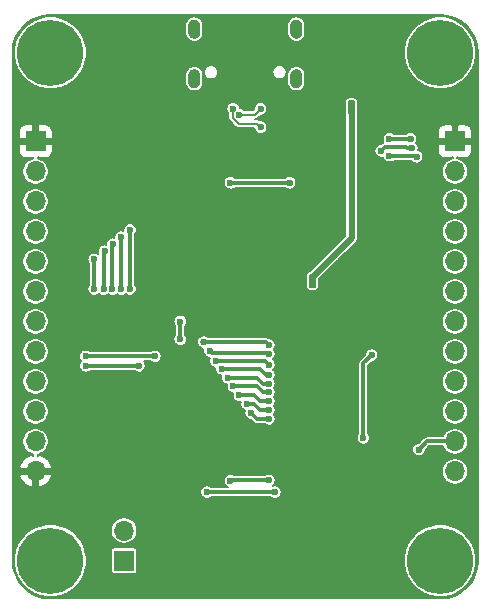
<source format=gbr>
G04 #@! TF.GenerationSoftware,KiCad,Pcbnew,(5.1.5)-3*
G04 #@! TF.CreationDate,2021-01-12T11:35:30+02:00*
G04 #@! TF.ProjectId,ft232h,66743233-3268-42e6-9b69-6361645f7063,rev?*
G04 #@! TF.SameCoordinates,Original*
G04 #@! TF.FileFunction,Copper,L2,Bot*
G04 #@! TF.FilePolarity,Positive*
%FSLAX46Y46*%
G04 Gerber Fmt 4.6, Leading zero omitted, Abs format (unit mm)*
G04 Created by KiCad (PCBNEW (5.1.5)-3) date 2021-01-12 11:35:30*
%MOMM*%
%LPD*%
G04 APERTURE LIST*
G04 #@! TA.AperFunction,ComponentPad*
%ADD10O,1.700000X1.700000*%
G04 #@! TD*
G04 #@! TA.AperFunction,ComponentPad*
%ADD11R,1.700000X1.700000*%
G04 #@! TD*
G04 #@! TA.AperFunction,ComponentPad*
%ADD12C,0.100000*%
G04 #@! TD*
G04 #@! TA.AperFunction,ComponentPad*
%ADD13C,5.600000*%
G04 #@! TD*
G04 #@! TA.AperFunction,ViaPad*
%ADD14C,0.600000*%
G04 #@! TD*
G04 #@! TA.AperFunction,Conductor*
%ADD15C,0.300000*%
G04 #@! TD*
G04 #@! TA.AperFunction,Conductor*
%ADD16C,0.500000*%
G04 #@! TD*
G04 #@! TA.AperFunction,Conductor*
%ADD17C,0.200000*%
G04 #@! TD*
G04 #@! TA.AperFunction,Conductor*
%ADD18C,0.150000*%
G04 #@! TD*
G04 APERTURE END LIST*
D10*
G04 #@! TO.P,J4,12*
G04 #@! TO.N,/ACBUS9*
X168250000Y-100440000D03*
G04 #@! TO.P,J4,11*
G04 #@! TO.N,/ACBUS8*
X168250000Y-97900000D03*
G04 #@! TO.P,J4,10*
G04 #@! TO.N,/ACBUS7*
X168250000Y-95360000D03*
G04 #@! TO.P,J4,9*
G04 #@! TO.N,/ACBUS6*
X168250000Y-92820000D03*
G04 #@! TO.P,J4,8*
G04 #@! TO.N,/ACBUS5*
X168250000Y-90280000D03*
G04 #@! TO.P,J4,7*
G04 #@! TO.N,/ACBUS4*
X168250000Y-87740000D03*
G04 #@! TO.P,J4,6*
G04 #@! TO.N,/ACBUS3*
X168250000Y-85200000D03*
G04 #@! TO.P,J4,5*
G04 #@! TO.N,/ACBUS2*
X168250000Y-82660000D03*
G04 #@! TO.P,J4,4*
G04 #@! TO.N,/ACBUS1*
X168250000Y-80120000D03*
G04 #@! TO.P,J4,3*
G04 #@! TO.N,/ACBUS0*
X168250000Y-77580000D03*
G04 #@! TO.P,J4,2*
G04 #@! TO.N,/+5V*
X168250000Y-75040000D03*
D11*
G04 #@! TO.P,J4,1*
G04 #@! TO.N,GND*
X168250000Y-72500000D03*
G04 #@! TD*
D10*
G04 #@! TO.P,J3,12*
G04 #@! TO.N,GND*
X132750000Y-100440000D03*
G04 #@! TO.P,J3,11*
G04 #@! TO.N,+3V3*
X132750000Y-97900000D03*
G04 #@! TO.P,J3,10*
G04 #@! TO.N,/VEXT*
X132750000Y-95360000D03*
G04 #@! TO.P,J3,9*
G04 #@! TO.N,/ADBUS7*
X132750000Y-92820000D03*
G04 #@! TO.P,J3,8*
G04 #@! TO.N,/ADBUS6*
X132750000Y-90280000D03*
G04 #@! TO.P,J3,7*
G04 #@! TO.N,/ADBUS5*
X132750000Y-87740000D03*
G04 #@! TO.P,J3,6*
G04 #@! TO.N,/ADBUS4*
X132750000Y-85200000D03*
G04 #@! TO.P,J3,5*
G04 #@! TO.N,/ADBUS3*
X132750000Y-82660000D03*
G04 #@! TO.P,J3,4*
G04 #@! TO.N,/ADBUS2*
X132750000Y-80120000D03*
G04 #@! TO.P,J3,3*
G04 #@! TO.N,/ADBUS1*
X132750000Y-77580000D03*
G04 #@! TO.P,J3,2*
G04 #@! TO.N,/ADBUS0*
X132750000Y-75040000D03*
D11*
G04 #@! TO.P,J3,1*
G04 #@! TO.N,GND*
X132750000Y-72500000D03*
G04 #@! TD*
D10*
G04 #@! TO.P,JP1,2*
G04 #@! TO.N,+3V3*
X140250000Y-105460000D03*
D11*
G04 #@! TO.P,JP1,1*
G04 #@! TO.N,/VEXT*
X140250000Y-108000000D03*
G04 #@! TD*
G04 #@! TA.AperFunction,ComponentPad*
D12*
G04 #@! TO.P,J2,S1*
G04 #@! TO.N,Net-(C13-Pad1)*
G36*
X154869010Y-62202408D02*
G01*
X154917546Y-62209607D01*
X154965143Y-62221530D01*
X155011343Y-62238060D01*
X155055699Y-62259039D01*
X155097786Y-62284265D01*
X155137198Y-62313495D01*
X155173554Y-62346447D01*
X155206506Y-62382803D01*
X155235736Y-62422215D01*
X155260962Y-62464302D01*
X155281941Y-62508658D01*
X155298471Y-62554858D01*
X155310394Y-62602455D01*
X155317593Y-62650991D01*
X155320001Y-62700000D01*
X155320001Y-63300000D01*
X155317593Y-63349009D01*
X155310394Y-63397545D01*
X155298471Y-63445142D01*
X155281941Y-63491342D01*
X155260962Y-63535698D01*
X155235736Y-63577785D01*
X155206506Y-63617197D01*
X155173554Y-63653553D01*
X155137198Y-63686505D01*
X155097786Y-63715735D01*
X155055699Y-63740961D01*
X155011343Y-63761940D01*
X154965143Y-63778470D01*
X154917546Y-63790393D01*
X154869010Y-63797592D01*
X154820001Y-63800000D01*
X154819999Y-63800000D01*
X154770990Y-63797592D01*
X154722454Y-63790393D01*
X154674857Y-63778470D01*
X154628657Y-63761940D01*
X154584301Y-63740961D01*
X154542214Y-63715735D01*
X154502802Y-63686505D01*
X154466446Y-63653553D01*
X154433494Y-63617197D01*
X154404264Y-63577785D01*
X154379038Y-63535698D01*
X154358059Y-63491342D01*
X154341529Y-63445142D01*
X154329606Y-63397545D01*
X154322407Y-63349009D01*
X154319999Y-63300000D01*
X154319999Y-62700000D01*
X154322407Y-62650991D01*
X154329606Y-62602455D01*
X154341529Y-62554858D01*
X154358059Y-62508658D01*
X154379038Y-62464302D01*
X154404264Y-62422215D01*
X154433494Y-62382803D01*
X154466446Y-62346447D01*
X154502802Y-62313495D01*
X154542214Y-62284265D01*
X154584301Y-62259039D01*
X154628657Y-62238060D01*
X154674857Y-62221530D01*
X154722454Y-62209607D01*
X154770990Y-62202408D01*
X154819999Y-62200000D01*
X154820001Y-62200000D01*
X154869010Y-62202408D01*
G37*
G04 #@! TD.AperFunction*
G04 #@! TA.AperFunction,ComponentPad*
G36*
X146229010Y-62202408D02*
G01*
X146277546Y-62209607D01*
X146325143Y-62221530D01*
X146371343Y-62238060D01*
X146415699Y-62259039D01*
X146457786Y-62284265D01*
X146497198Y-62313495D01*
X146533554Y-62346447D01*
X146566506Y-62382803D01*
X146595736Y-62422215D01*
X146620962Y-62464302D01*
X146641941Y-62508658D01*
X146658471Y-62554858D01*
X146670394Y-62602455D01*
X146677593Y-62650991D01*
X146680001Y-62700000D01*
X146680001Y-63300000D01*
X146677593Y-63349009D01*
X146670394Y-63397545D01*
X146658471Y-63445142D01*
X146641941Y-63491342D01*
X146620962Y-63535698D01*
X146595736Y-63577785D01*
X146566506Y-63617197D01*
X146533554Y-63653553D01*
X146497198Y-63686505D01*
X146457786Y-63715735D01*
X146415699Y-63740961D01*
X146371343Y-63761940D01*
X146325143Y-63778470D01*
X146277546Y-63790393D01*
X146229010Y-63797592D01*
X146180001Y-63800000D01*
X146179999Y-63800000D01*
X146130990Y-63797592D01*
X146082454Y-63790393D01*
X146034857Y-63778470D01*
X145988657Y-63761940D01*
X145944301Y-63740961D01*
X145902214Y-63715735D01*
X145862802Y-63686505D01*
X145826446Y-63653553D01*
X145793494Y-63617197D01*
X145764264Y-63577785D01*
X145739038Y-63535698D01*
X145718059Y-63491342D01*
X145701529Y-63445142D01*
X145689606Y-63397545D01*
X145682407Y-63349009D01*
X145679999Y-63300000D01*
X145679999Y-62700000D01*
X145682407Y-62650991D01*
X145689606Y-62602455D01*
X145701529Y-62554858D01*
X145718059Y-62508658D01*
X145739038Y-62464302D01*
X145764264Y-62422215D01*
X145793494Y-62382803D01*
X145826446Y-62346447D01*
X145862802Y-62313495D01*
X145902214Y-62284265D01*
X145944301Y-62259039D01*
X145988657Y-62238060D01*
X146034857Y-62221530D01*
X146082454Y-62209607D01*
X146130990Y-62202408D01*
X146179999Y-62200000D01*
X146180001Y-62200000D01*
X146229010Y-62202408D01*
G37*
G04 #@! TD.AperFunction*
G04 #@! TA.AperFunction,ComponentPad*
G36*
X146229010Y-66382408D02*
G01*
X146277546Y-66389607D01*
X146325143Y-66401530D01*
X146371343Y-66418060D01*
X146415699Y-66439039D01*
X146457786Y-66464265D01*
X146497198Y-66493495D01*
X146533554Y-66526447D01*
X146566506Y-66562803D01*
X146595736Y-66602215D01*
X146620962Y-66644302D01*
X146641941Y-66688658D01*
X146658471Y-66734858D01*
X146670394Y-66782455D01*
X146677593Y-66830991D01*
X146680001Y-66880000D01*
X146680001Y-67480000D01*
X146677593Y-67529009D01*
X146670394Y-67577545D01*
X146658471Y-67625142D01*
X146641941Y-67671342D01*
X146620962Y-67715698D01*
X146595736Y-67757785D01*
X146566506Y-67797197D01*
X146533554Y-67833553D01*
X146497198Y-67866505D01*
X146457786Y-67895735D01*
X146415699Y-67920961D01*
X146371343Y-67941940D01*
X146325143Y-67958470D01*
X146277546Y-67970393D01*
X146229010Y-67977592D01*
X146180001Y-67980000D01*
X146179999Y-67980000D01*
X146130990Y-67977592D01*
X146082454Y-67970393D01*
X146034857Y-67958470D01*
X145988657Y-67941940D01*
X145944301Y-67920961D01*
X145902214Y-67895735D01*
X145862802Y-67866505D01*
X145826446Y-67833553D01*
X145793494Y-67797197D01*
X145764264Y-67757785D01*
X145739038Y-67715698D01*
X145718059Y-67671342D01*
X145701529Y-67625142D01*
X145689606Y-67577545D01*
X145682407Y-67529009D01*
X145679999Y-67480000D01*
X145679999Y-66880000D01*
X145682407Y-66830991D01*
X145689606Y-66782455D01*
X145701529Y-66734858D01*
X145718059Y-66688658D01*
X145739038Y-66644302D01*
X145764264Y-66602215D01*
X145793494Y-66562803D01*
X145826446Y-66526447D01*
X145862802Y-66493495D01*
X145902214Y-66464265D01*
X145944301Y-66439039D01*
X145988657Y-66418060D01*
X146034857Y-66401530D01*
X146082454Y-66389607D01*
X146130990Y-66382408D01*
X146179999Y-66380000D01*
X146180001Y-66380000D01*
X146229010Y-66382408D01*
G37*
G04 #@! TD.AperFunction*
G04 #@! TA.AperFunction,ComponentPad*
G36*
X154869010Y-66382408D02*
G01*
X154917546Y-66389607D01*
X154965143Y-66401530D01*
X155011343Y-66418060D01*
X155055699Y-66439039D01*
X155097786Y-66464265D01*
X155137198Y-66493495D01*
X155173554Y-66526447D01*
X155206506Y-66562803D01*
X155235736Y-66602215D01*
X155260962Y-66644302D01*
X155281941Y-66688658D01*
X155298471Y-66734858D01*
X155310394Y-66782455D01*
X155317593Y-66830991D01*
X155320001Y-66880000D01*
X155320001Y-67480000D01*
X155317593Y-67529009D01*
X155310394Y-67577545D01*
X155298471Y-67625142D01*
X155281941Y-67671342D01*
X155260962Y-67715698D01*
X155235736Y-67757785D01*
X155206506Y-67797197D01*
X155173554Y-67833553D01*
X155137198Y-67866505D01*
X155097786Y-67895735D01*
X155055699Y-67920961D01*
X155011343Y-67941940D01*
X154965143Y-67958470D01*
X154917546Y-67970393D01*
X154869010Y-67977592D01*
X154820001Y-67980000D01*
X154819999Y-67980000D01*
X154770990Y-67977592D01*
X154722454Y-67970393D01*
X154674857Y-67958470D01*
X154628657Y-67941940D01*
X154584301Y-67920961D01*
X154542214Y-67895735D01*
X154502802Y-67866505D01*
X154466446Y-67833553D01*
X154433494Y-67797197D01*
X154404264Y-67757785D01*
X154379038Y-67715698D01*
X154358059Y-67671342D01*
X154341529Y-67625142D01*
X154329606Y-67577545D01*
X154322407Y-67529009D01*
X154319999Y-67480000D01*
X154319999Y-66880000D01*
X154322407Y-66830991D01*
X154329606Y-66782455D01*
X154341529Y-66734858D01*
X154358059Y-66688658D01*
X154379038Y-66644302D01*
X154404264Y-66602215D01*
X154433494Y-66562803D01*
X154466446Y-66526447D01*
X154502802Y-66493495D01*
X154542214Y-66464265D01*
X154584301Y-66439039D01*
X154628657Y-66418060D01*
X154674857Y-66401530D01*
X154722454Y-66389607D01*
X154770990Y-66382408D01*
X154819999Y-66380000D01*
X154820001Y-66380000D01*
X154869010Y-66382408D01*
G37*
G04 #@! TD.AperFunction*
G04 #@! TD*
D13*
G04 #@! TO.P,H4,1*
G04 #@! TO.N,N/C*
X134000000Y-108000000D03*
G04 #@! TD*
G04 #@! TO.P,H3,1*
G04 #@! TO.N,N/C*
X167000000Y-108000000D03*
G04 #@! TD*
G04 #@! TO.P,H2,1*
G04 #@! TO.N,N/C*
X167000000Y-65000000D03*
G04 #@! TD*
G04 #@! TO.P,H1,1*
G04 #@! TO.N,N/C*
X134000000Y-65000000D03*
G04 #@! TD*
D14*
G04 #@! TO.N,GND*
X145400000Y-96800000D03*
X145400000Y-98200000D03*
X153900000Y-69300000D03*
X154500000Y-69300000D03*
X154500000Y-68700000D03*
X155100000Y-68700000D03*
X155100000Y-69300000D03*
X147800000Y-69900000D03*
X147200000Y-69300000D03*
X146600000Y-69300000D03*
X147200000Y-69900000D03*
X146600000Y-69900000D03*
X154000000Y-72300000D03*
X148500000Y-73750000D03*
X150000000Y-73750000D03*
X151750000Y-80750000D03*
X148000000Y-74250000D03*
X152000000Y-74250000D03*
X153500000Y-74250000D03*
X147000000Y-74250000D03*
X148750000Y-78000000D03*
X147750000Y-85500000D03*
X153000000Y-86250000D03*
X153250000Y-84000000D03*
X153250000Y-81000000D03*
X156500000Y-74250000D03*
X161750000Y-77500000D03*
X159600000Y-68200000D03*
X157700000Y-72000000D03*
X161350000Y-83000000D03*
X161350000Y-84500000D03*
X161350000Y-86000000D03*
X161350000Y-87500000D03*
X161350000Y-89000000D03*
X142250000Y-87500000D03*
X157600000Y-80000000D03*
X144800000Y-92200000D03*
X146200000Y-92200000D03*
X148250000Y-95500000D03*
X154600000Y-79900000D03*
X154200000Y-87700000D03*
X146700000Y-79300000D03*
X141500000Y-68000000D03*
X144000000Y-68000000D03*
X137100000Y-78800000D03*
X136500000Y-86500000D03*
X154300000Y-108800000D03*
X154300000Y-108100000D03*
X160500000Y-102500000D03*
X158500000Y-98100000D03*
X152500000Y-80900000D03*
X153100000Y-83300000D03*
X152300000Y-86100000D03*
X147900000Y-84800000D03*
X143100000Y-87700000D03*
X145500000Y-91800000D03*
X152400000Y-98000000D03*
X141700000Y-98800000D03*
X138900000Y-98800000D03*
X145400000Y-101400000D03*
G04 #@! TO.N,+3V3*
X149250000Y-76000000D03*
X154250000Y-76000000D03*
X145000000Y-87750000D03*
X145000000Y-89250000D03*
X141500000Y-91500000D03*
X137000000Y-91500000D03*
X160500000Y-97600010D03*
X161200000Y-90600000D03*
G04 #@! TO.N,/+5V*
X156200000Y-84000000D03*
X159500000Y-69300000D03*
X159500000Y-69900000D03*
X156200000Y-84600000D03*
G04 #@! TO.N,/VEXT*
X137000000Y-90700000D03*
X142850000Y-90700000D03*
G04 #@! TO.N,/DP*
X149469668Y-69719668D03*
X151800000Y-71300000D03*
G04 #@! TO.N,/_ADBUS4*
X153000000Y-102200000D03*
X147250000Y-102200000D03*
G04 #@! TO.N,/_ADBUS0*
X152500000Y-101200000D03*
X149250000Y-101250000D03*
G04 #@! TO.N,/CC1*
X150000000Y-70250000D03*
X151800000Y-69750000D03*
G04 #@! TO.N,/ADBUS4*
X137700000Y-85000000D03*
X137700000Y-82500000D03*
G04 #@! TO.N,/ADBUS3*
X138499994Y-85000000D03*
X138600000Y-81800000D03*
G04 #@! TO.N,/ADBUS2*
X139249997Y-85000000D03*
X139300000Y-81200000D03*
G04 #@! TO.N,/ADBUS1*
X140000000Y-85000000D03*
X140000000Y-80600000D03*
G04 #@! TO.N,/ADBUS0*
X140750000Y-85000000D03*
X140750000Y-80000000D03*
G04 #@! TO.N,/ACBUS8*
X152500000Y-96000000D03*
X151000000Y-95500000D03*
X165200000Y-98600000D03*
G04 #@! TO.N,/ACBUS7*
X150650000Y-94750000D03*
X152500000Y-95250000D03*
G04 #@! TO.N,/ACBUS6*
X152500000Y-94500000D03*
X150000000Y-94000000D03*
G04 #@! TO.N,/ACBUS5*
X152500000Y-93750000D03*
X149500000Y-93250000D03*
G04 #@! TO.N,/ACBUS4*
X152500000Y-93000000D03*
X149000000Y-92500000D03*
G04 #@! TO.N,/ACBUS3*
X152500000Y-92250000D03*
X148500000Y-91750000D03*
G04 #@! TO.N,/ACBUS2*
X148000000Y-91100000D03*
X152500000Y-91400000D03*
G04 #@! TO.N,/ACBUS1*
X152500000Y-90500000D03*
X147500000Y-90250002D03*
G04 #@! TO.N,/ACBUS0*
X152500000Y-89749998D03*
X146999992Y-89500000D03*
G04 #@! TO.N,/EE_DI*
X162700000Y-73700000D03*
X165000018Y-73800000D03*
G04 #@! TO.N,/EE_CS*
X164500000Y-72300000D03*
X162700000Y-72300000D03*
G04 #@! TO.N,/EE_CLK*
X162000000Y-73300000D03*
X164600000Y-73100000D03*
G04 #@! TD*
D15*
G04 #@! TO.N,+3V3*
X149250000Y-76000000D02*
X154250000Y-76000000D01*
X145000000Y-87750000D02*
X145000000Y-89250000D01*
X141500000Y-91500000D02*
X137000000Y-91500000D01*
X160500000Y-91300000D02*
X161200000Y-90600000D01*
X160500000Y-97600010D02*
X160500000Y-91300000D01*
D16*
G04 #@! TO.N,/+5V*
X156200000Y-84000000D02*
X156200000Y-84600000D01*
X159500000Y-80700000D02*
X156200000Y-84000000D01*
X159500000Y-72900000D02*
X159500000Y-80700000D01*
X159500000Y-72900000D02*
X159500000Y-69900000D01*
D15*
G04 #@! TO.N,/VEXT*
X137000000Y-90700000D02*
X142850000Y-90700000D01*
D17*
G04 #@! TO.N,/DP*
X149449999Y-69739337D02*
X149469668Y-69719668D01*
X149449999Y-70514001D02*
X149449999Y-69739337D01*
X149935998Y-71000000D02*
X149449999Y-70514001D01*
X151500001Y-71000001D02*
X151800000Y-71300000D01*
X149935998Y-71000000D02*
X151500001Y-71000001D01*
D15*
G04 #@! TO.N,/_ADBUS4*
X153000000Y-102200000D02*
X147250000Y-102200000D01*
G04 #@! TO.N,/_ADBUS0*
X149300000Y-101200000D02*
X149250000Y-101250000D01*
X152500000Y-101200000D02*
X149300000Y-101200000D01*
D17*
G04 #@! TO.N,/CC1*
X151300000Y-70250000D02*
X150000000Y-70250000D01*
X151800000Y-69750000D02*
X151300000Y-70250000D01*
D15*
G04 #@! TO.N,/ADBUS4*
X137700000Y-85000000D02*
X137700000Y-82500000D01*
G04 #@! TO.N,/ADBUS3*
X138499994Y-85000000D02*
X138499994Y-81900006D01*
X138499994Y-81900006D02*
X138600000Y-81800000D01*
G04 #@! TO.N,/ADBUS2*
X139249997Y-85000000D02*
X139249997Y-81250003D01*
X139249997Y-81250003D02*
X139300000Y-81200000D01*
G04 #@! TO.N,/ADBUS1*
X140000000Y-85000000D02*
X140000000Y-80600000D01*
G04 #@! TO.N,/ADBUS0*
X140750000Y-85000000D02*
X140750000Y-80000000D01*
G04 #@! TO.N,/ACBUS8*
X151500000Y-96000000D02*
X152500000Y-96000000D01*
X151000000Y-95500000D02*
X151500000Y-96000000D01*
X165900000Y-97900000D02*
X168250000Y-97900000D01*
X165200000Y-98600000D02*
X165900000Y-97900000D01*
G04 #@! TO.N,/ACBUS7*
X151750000Y-95250000D02*
X152500000Y-95250000D01*
X150650000Y-94750000D02*
X151250000Y-94750000D01*
X151250000Y-94750000D02*
X151750000Y-95250000D01*
G04 #@! TO.N,/ACBUS6*
X150000000Y-94000000D02*
X151250000Y-94000000D01*
X151750000Y-94500000D02*
X152500000Y-94500000D01*
X151250000Y-94000000D02*
X151750000Y-94500000D01*
G04 #@! TO.N,/ACBUS5*
X151500000Y-93250000D02*
X152000000Y-93750000D01*
X149500000Y-93250000D02*
X151500000Y-93250000D01*
X152000000Y-93750000D02*
X152500000Y-93750000D01*
G04 #@! TO.N,/ACBUS4*
X149000000Y-92500000D02*
X151500000Y-92500000D01*
X152000000Y-93000000D02*
X152500000Y-93000000D01*
X151500000Y-92500000D02*
X152000000Y-93000000D01*
G04 #@! TO.N,/ACBUS3*
X152250000Y-92250000D02*
X152500000Y-92250000D01*
X148500000Y-91750000D02*
X151750000Y-91750000D01*
X151750000Y-91750000D02*
X152250000Y-92250000D01*
G04 #@! TO.N,/ACBUS2*
X148000000Y-91100000D02*
X152200000Y-91100000D01*
X152200000Y-91100000D02*
X152500000Y-91400000D01*
G04 #@! TO.N,/ACBUS1*
X147649998Y-90400000D02*
X147500000Y-90250002D01*
X152500000Y-90500000D02*
X152400000Y-90400000D01*
X152400000Y-90400000D02*
X147649998Y-90400000D01*
G04 #@! TO.N,/ACBUS0*
X146800001Y-89449999D02*
X146799999Y-89450001D01*
X152250002Y-89500000D02*
X152500000Y-89749998D01*
X146999992Y-89500000D02*
X152250002Y-89500000D01*
G04 #@! TO.N,/EE_DI*
X162700000Y-73700000D02*
X164900018Y-73700000D01*
X164900018Y-73700000D02*
X165000018Y-73800000D01*
G04 #@! TO.N,/EE_CS*
X164500000Y-72300000D02*
X162700000Y-72300000D01*
G04 #@! TO.N,/EE_CLK*
X162300000Y-73000000D02*
X162000000Y-73300000D01*
X164075736Y-73000000D02*
X162300000Y-73000000D01*
X164600000Y-73100000D02*
X164175736Y-73100000D01*
X164175736Y-73100000D02*
X164075736Y-73000000D01*
G04 #@! TD*
D18*
G04 #@! TO.N,GND*
G36*
X167621268Y-61862354D02*
G01*
X168218878Y-62042784D01*
X168770057Y-62335851D01*
X169253816Y-62730394D01*
X169651727Y-63211386D01*
X169948635Y-63760505D01*
X170133231Y-64356839D01*
X170199970Y-64991815D01*
X170200000Y-65000468D01*
X170200001Y-107985319D01*
X170137646Y-108621269D01*
X169957216Y-109218880D01*
X169664149Y-109770056D01*
X169269605Y-110253817D01*
X168788614Y-110651727D01*
X168239490Y-110948637D01*
X167643161Y-111133231D01*
X167008185Y-111199970D01*
X166999531Y-111200000D01*
X134014670Y-111200000D01*
X133378731Y-111137646D01*
X132781120Y-110957216D01*
X132229944Y-110664149D01*
X131746183Y-110269605D01*
X131348273Y-109788614D01*
X131051363Y-109239490D01*
X130866769Y-108643161D01*
X130800030Y-108008185D01*
X130800000Y-107999531D01*
X130800000Y-107697139D01*
X130925000Y-107697139D01*
X130925000Y-108302861D01*
X131043170Y-108896945D01*
X131274970Y-109456559D01*
X131611491Y-109960198D01*
X132039802Y-110388509D01*
X132543441Y-110725030D01*
X133103055Y-110956830D01*
X133697139Y-111075000D01*
X134302861Y-111075000D01*
X134896945Y-110956830D01*
X135456559Y-110725030D01*
X135960198Y-110388509D01*
X136388509Y-109960198D01*
X136725030Y-109456559D01*
X136956830Y-108896945D01*
X137075000Y-108302861D01*
X137075000Y-107697139D01*
X136966168Y-107150000D01*
X139123670Y-107150000D01*
X139123670Y-108850000D01*
X139128980Y-108903909D01*
X139144704Y-108955747D01*
X139170240Y-109003521D01*
X139204605Y-109045395D01*
X139246479Y-109079760D01*
X139294253Y-109105296D01*
X139346091Y-109121020D01*
X139400000Y-109126330D01*
X141100000Y-109126330D01*
X141153909Y-109121020D01*
X141205747Y-109105296D01*
X141253521Y-109079760D01*
X141295395Y-109045395D01*
X141329760Y-109003521D01*
X141355296Y-108955747D01*
X141371020Y-108903909D01*
X141376330Y-108850000D01*
X141376330Y-107697139D01*
X163925000Y-107697139D01*
X163925000Y-108302861D01*
X164043170Y-108896945D01*
X164274970Y-109456559D01*
X164611491Y-109960198D01*
X165039802Y-110388509D01*
X165543441Y-110725030D01*
X166103055Y-110956830D01*
X166697139Y-111075000D01*
X167302861Y-111075000D01*
X167896945Y-110956830D01*
X168456559Y-110725030D01*
X168960198Y-110388509D01*
X169388509Y-109960198D01*
X169725030Y-109456559D01*
X169956830Y-108896945D01*
X170075000Y-108302861D01*
X170075000Y-107697139D01*
X169956830Y-107103055D01*
X169725030Y-106543441D01*
X169388509Y-106039802D01*
X168960198Y-105611491D01*
X168456559Y-105274970D01*
X167896945Y-105043170D01*
X167302861Y-104925000D01*
X166697139Y-104925000D01*
X166103055Y-105043170D01*
X165543441Y-105274970D01*
X165039802Y-105611491D01*
X164611491Y-106039802D01*
X164274970Y-106543441D01*
X164043170Y-107103055D01*
X163925000Y-107697139D01*
X141376330Y-107697139D01*
X141376330Y-107150000D01*
X141371020Y-107096091D01*
X141355296Y-107044253D01*
X141329760Y-106996479D01*
X141295395Y-106954605D01*
X141253521Y-106920240D01*
X141205747Y-106894704D01*
X141153909Y-106878980D01*
X141100000Y-106873670D01*
X139400000Y-106873670D01*
X139346091Y-106878980D01*
X139294253Y-106894704D01*
X139246479Y-106920240D01*
X139204605Y-106954605D01*
X139170240Y-106996479D01*
X139144704Y-107044253D01*
X139128980Y-107096091D01*
X139123670Y-107150000D01*
X136966168Y-107150000D01*
X136956830Y-107103055D01*
X136725030Y-106543441D01*
X136388509Y-106039802D01*
X135960198Y-105611491D01*
X135567648Y-105349197D01*
X139125000Y-105349197D01*
X139125000Y-105570803D01*
X139168233Y-105788150D01*
X139253038Y-105992887D01*
X139376156Y-106177145D01*
X139532855Y-106333844D01*
X139717113Y-106456962D01*
X139921850Y-106541767D01*
X140139197Y-106585000D01*
X140360803Y-106585000D01*
X140578150Y-106541767D01*
X140782887Y-106456962D01*
X140967145Y-106333844D01*
X141123844Y-106177145D01*
X141246962Y-105992887D01*
X141331767Y-105788150D01*
X141375000Y-105570803D01*
X141375000Y-105349197D01*
X141331767Y-105131850D01*
X141246962Y-104927113D01*
X141123844Y-104742855D01*
X140967145Y-104586156D01*
X140782887Y-104463038D01*
X140578150Y-104378233D01*
X140360803Y-104335000D01*
X140139197Y-104335000D01*
X139921850Y-104378233D01*
X139717113Y-104463038D01*
X139532855Y-104586156D01*
X139376156Y-104742855D01*
X139253038Y-104927113D01*
X139168233Y-105131850D01*
X139125000Y-105349197D01*
X135567648Y-105349197D01*
X135456559Y-105274970D01*
X134896945Y-105043170D01*
X134302861Y-104925000D01*
X133697139Y-104925000D01*
X133103055Y-105043170D01*
X132543441Y-105274970D01*
X132039802Y-105611491D01*
X131611491Y-106039802D01*
X131274970Y-106543441D01*
X131043170Y-107103055D01*
X130925000Y-107697139D01*
X130800000Y-107697139D01*
X130800000Y-102143367D01*
X146675000Y-102143367D01*
X146675000Y-102256633D01*
X146697097Y-102367721D01*
X146740442Y-102472365D01*
X146803368Y-102566541D01*
X146883459Y-102646632D01*
X146977635Y-102709558D01*
X147082279Y-102752903D01*
X147193367Y-102775000D01*
X147306633Y-102775000D01*
X147417721Y-102752903D01*
X147522365Y-102709558D01*
X147616541Y-102646632D01*
X147638173Y-102625000D01*
X152611827Y-102625000D01*
X152633459Y-102646632D01*
X152727635Y-102709558D01*
X152832279Y-102752903D01*
X152943367Y-102775000D01*
X153056633Y-102775000D01*
X153167721Y-102752903D01*
X153272365Y-102709558D01*
X153366541Y-102646632D01*
X153446632Y-102566541D01*
X153509558Y-102472365D01*
X153552903Y-102367721D01*
X153575000Y-102256633D01*
X153575000Y-102143367D01*
X153552903Y-102032279D01*
X153509558Y-101927635D01*
X153446632Y-101833459D01*
X153366541Y-101753368D01*
X153272365Y-101690442D01*
X153167721Y-101647097D01*
X153056633Y-101625000D01*
X152943367Y-101625000D01*
X152874468Y-101638705D01*
X152946632Y-101566541D01*
X153009558Y-101472365D01*
X153052903Y-101367721D01*
X153075000Y-101256633D01*
X153075000Y-101143367D01*
X153052903Y-101032279D01*
X153009558Y-100927635D01*
X152946632Y-100833459D01*
X152866541Y-100753368D01*
X152772365Y-100690442D01*
X152667721Y-100647097D01*
X152556633Y-100625000D01*
X152443367Y-100625000D01*
X152332279Y-100647097D01*
X152227635Y-100690442D01*
X152133459Y-100753368D01*
X152111827Y-100775000D01*
X149574085Y-100775000D01*
X149522365Y-100740442D01*
X149417721Y-100697097D01*
X149306633Y-100675000D01*
X149193367Y-100675000D01*
X149082279Y-100697097D01*
X148977635Y-100740442D01*
X148883459Y-100803368D01*
X148803368Y-100883459D01*
X148740442Y-100977635D01*
X148697097Y-101082279D01*
X148675000Y-101193367D01*
X148675000Y-101306633D01*
X148697097Y-101417721D01*
X148740442Y-101522365D01*
X148803368Y-101616541D01*
X148883459Y-101696632D01*
X148977635Y-101759558D01*
X149014915Y-101775000D01*
X147638173Y-101775000D01*
X147616541Y-101753368D01*
X147522365Y-101690442D01*
X147417721Y-101647097D01*
X147306633Y-101625000D01*
X147193367Y-101625000D01*
X147082279Y-101647097D01*
X146977635Y-101690442D01*
X146883459Y-101753368D01*
X146803368Y-101833459D01*
X146740442Y-101927635D01*
X146697097Y-102032279D01*
X146675000Y-102143367D01*
X130800000Y-102143367D01*
X130800000Y-100839211D01*
X131373730Y-100839211D01*
X131383877Y-100872685D01*
X131494539Y-101130889D01*
X131653448Y-101362542D01*
X131854497Y-101558742D01*
X132089960Y-101711950D01*
X132350788Y-101816277D01*
X132571000Y-101716033D01*
X132571000Y-100619000D01*
X132929000Y-100619000D01*
X132929000Y-101716033D01*
X133149212Y-101816277D01*
X133410040Y-101711950D01*
X133645503Y-101558742D01*
X133846552Y-101362542D01*
X134005461Y-101130889D01*
X134116123Y-100872685D01*
X134126270Y-100839211D01*
X134024744Y-100619000D01*
X132929000Y-100619000D01*
X132571000Y-100619000D01*
X131475256Y-100619000D01*
X131373730Y-100839211D01*
X130800000Y-100839211D01*
X130800000Y-100329197D01*
X167125000Y-100329197D01*
X167125000Y-100550803D01*
X167168233Y-100768150D01*
X167253038Y-100972887D01*
X167376156Y-101157145D01*
X167532855Y-101313844D01*
X167717113Y-101436962D01*
X167921850Y-101521767D01*
X168139197Y-101565000D01*
X168360803Y-101565000D01*
X168578150Y-101521767D01*
X168782887Y-101436962D01*
X168967145Y-101313844D01*
X169123844Y-101157145D01*
X169246962Y-100972887D01*
X169331767Y-100768150D01*
X169375000Y-100550803D01*
X169375000Y-100329197D01*
X169331767Y-100111850D01*
X169246962Y-99907113D01*
X169123844Y-99722855D01*
X168967145Y-99566156D01*
X168782887Y-99443038D01*
X168578150Y-99358233D01*
X168360803Y-99315000D01*
X168139197Y-99315000D01*
X167921850Y-99358233D01*
X167717113Y-99443038D01*
X167532855Y-99566156D01*
X167376156Y-99722855D01*
X167253038Y-99907113D01*
X167168233Y-100111850D01*
X167125000Y-100329197D01*
X130800000Y-100329197D01*
X130800000Y-100040789D01*
X131373730Y-100040789D01*
X131475256Y-100261000D01*
X132571000Y-100261000D01*
X132571000Y-100241000D01*
X132929000Y-100241000D01*
X132929000Y-100261000D01*
X134024744Y-100261000D01*
X134126270Y-100040789D01*
X134116123Y-100007315D01*
X134005461Y-99749111D01*
X133846552Y-99517458D01*
X133645503Y-99321258D01*
X133410040Y-99168050D01*
X133149212Y-99063723D01*
X132929002Y-99163966D01*
X132929002Y-99011434D01*
X133078150Y-98981767D01*
X133282887Y-98896962D01*
X133467145Y-98773844D01*
X133623844Y-98617145D01*
X133673141Y-98543367D01*
X164625000Y-98543367D01*
X164625000Y-98656633D01*
X164647097Y-98767721D01*
X164690442Y-98872365D01*
X164753368Y-98966541D01*
X164833459Y-99046632D01*
X164927635Y-99109558D01*
X165032279Y-99152903D01*
X165143367Y-99175000D01*
X165256633Y-99175000D01*
X165367721Y-99152903D01*
X165472365Y-99109558D01*
X165566541Y-99046632D01*
X165646632Y-98966541D01*
X165709558Y-98872365D01*
X165752903Y-98767721D01*
X165775000Y-98656633D01*
X165775000Y-98626040D01*
X166076041Y-98325000D01*
X167208350Y-98325000D01*
X167253038Y-98432887D01*
X167376156Y-98617145D01*
X167532855Y-98773844D01*
X167717113Y-98896962D01*
X167921850Y-98981767D01*
X168139197Y-99025000D01*
X168360803Y-99025000D01*
X168578150Y-98981767D01*
X168782887Y-98896962D01*
X168967145Y-98773844D01*
X169123844Y-98617145D01*
X169246962Y-98432887D01*
X169331767Y-98228150D01*
X169375000Y-98010803D01*
X169375000Y-97789197D01*
X169331767Y-97571850D01*
X169246962Y-97367113D01*
X169123844Y-97182855D01*
X168967145Y-97026156D01*
X168782887Y-96903038D01*
X168578150Y-96818233D01*
X168360803Y-96775000D01*
X168139197Y-96775000D01*
X167921850Y-96818233D01*
X167717113Y-96903038D01*
X167532855Y-97026156D01*
X167376156Y-97182855D01*
X167253038Y-97367113D01*
X167208350Y-97475000D01*
X165920866Y-97475000D01*
X165899999Y-97472945D01*
X165879132Y-97475000D01*
X165879126Y-97475000D01*
X165825098Y-97480321D01*
X165816685Y-97481150D01*
X165792383Y-97488522D01*
X165736573Y-97505452D01*
X165662740Y-97544916D01*
X165598026Y-97598026D01*
X165584721Y-97614238D01*
X165173960Y-98025000D01*
X165143367Y-98025000D01*
X165032279Y-98047097D01*
X164927635Y-98090442D01*
X164833459Y-98153368D01*
X164753368Y-98233459D01*
X164690442Y-98327635D01*
X164647097Y-98432279D01*
X164625000Y-98543367D01*
X133673141Y-98543367D01*
X133746962Y-98432887D01*
X133831767Y-98228150D01*
X133875000Y-98010803D01*
X133875000Y-97789197D01*
X133831767Y-97571850D01*
X133819974Y-97543377D01*
X159925000Y-97543377D01*
X159925000Y-97656643D01*
X159947097Y-97767731D01*
X159990442Y-97872375D01*
X160053368Y-97966551D01*
X160133459Y-98046642D01*
X160227635Y-98109568D01*
X160332279Y-98152913D01*
X160443367Y-98175010D01*
X160556633Y-98175010D01*
X160667721Y-98152913D01*
X160772365Y-98109568D01*
X160866541Y-98046642D01*
X160946632Y-97966551D01*
X161009558Y-97872375D01*
X161052903Y-97767731D01*
X161075000Y-97656643D01*
X161075000Y-97543377D01*
X161052903Y-97432289D01*
X161009558Y-97327645D01*
X160946632Y-97233469D01*
X160925000Y-97211837D01*
X160925000Y-95249197D01*
X167125000Y-95249197D01*
X167125000Y-95470803D01*
X167168233Y-95688150D01*
X167253038Y-95892887D01*
X167376156Y-96077145D01*
X167532855Y-96233844D01*
X167717113Y-96356962D01*
X167921850Y-96441767D01*
X168139197Y-96485000D01*
X168360803Y-96485000D01*
X168578150Y-96441767D01*
X168782887Y-96356962D01*
X168967145Y-96233844D01*
X169123844Y-96077145D01*
X169246962Y-95892887D01*
X169331767Y-95688150D01*
X169375000Y-95470803D01*
X169375000Y-95249197D01*
X169331767Y-95031850D01*
X169246962Y-94827113D01*
X169123844Y-94642855D01*
X168967145Y-94486156D01*
X168782887Y-94363038D01*
X168578150Y-94278233D01*
X168360803Y-94235000D01*
X168139197Y-94235000D01*
X167921850Y-94278233D01*
X167717113Y-94363038D01*
X167532855Y-94486156D01*
X167376156Y-94642855D01*
X167253038Y-94827113D01*
X167168233Y-95031850D01*
X167125000Y-95249197D01*
X160925000Y-95249197D01*
X160925000Y-92709197D01*
X167125000Y-92709197D01*
X167125000Y-92930803D01*
X167168233Y-93148150D01*
X167253038Y-93352887D01*
X167376156Y-93537145D01*
X167532855Y-93693844D01*
X167717113Y-93816962D01*
X167921850Y-93901767D01*
X168139197Y-93945000D01*
X168360803Y-93945000D01*
X168578150Y-93901767D01*
X168782887Y-93816962D01*
X168967145Y-93693844D01*
X169123844Y-93537145D01*
X169246962Y-93352887D01*
X169331767Y-93148150D01*
X169375000Y-92930803D01*
X169375000Y-92709197D01*
X169331767Y-92491850D01*
X169246962Y-92287113D01*
X169123844Y-92102855D01*
X168967145Y-91946156D01*
X168782887Y-91823038D01*
X168578150Y-91738233D01*
X168360803Y-91695000D01*
X168139197Y-91695000D01*
X167921850Y-91738233D01*
X167717113Y-91823038D01*
X167532855Y-91946156D01*
X167376156Y-92102855D01*
X167253038Y-92287113D01*
X167168233Y-92491850D01*
X167125000Y-92709197D01*
X160925000Y-92709197D01*
X160925000Y-91476040D01*
X161226041Y-91175000D01*
X161256633Y-91175000D01*
X161367721Y-91152903D01*
X161472365Y-91109558D01*
X161566541Y-91046632D01*
X161646632Y-90966541D01*
X161709558Y-90872365D01*
X161752903Y-90767721D01*
X161775000Y-90656633D01*
X161775000Y-90543367D01*
X161752903Y-90432279D01*
X161709558Y-90327635D01*
X161646632Y-90233459D01*
X161582370Y-90169197D01*
X167125000Y-90169197D01*
X167125000Y-90390803D01*
X167168233Y-90608150D01*
X167253038Y-90812887D01*
X167376156Y-90997145D01*
X167532855Y-91153844D01*
X167717113Y-91276962D01*
X167921850Y-91361767D01*
X168139197Y-91405000D01*
X168360803Y-91405000D01*
X168578150Y-91361767D01*
X168782887Y-91276962D01*
X168967145Y-91153844D01*
X169123844Y-90997145D01*
X169246962Y-90812887D01*
X169331767Y-90608150D01*
X169375000Y-90390803D01*
X169375000Y-90169197D01*
X169331767Y-89951850D01*
X169246962Y-89747113D01*
X169123844Y-89562855D01*
X168967145Y-89406156D01*
X168782887Y-89283038D01*
X168578150Y-89198233D01*
X168360803Y-89155000D01*
X168139197Y-89155000D01*
X167921850Y-89198233D01*
X167717113Y-89283038D01*
X167532855Y-89406156D01*
X167376156Y-89562855D01*
X167253038Y-89747113D01*
X167168233Y-89951850D01*
X167125000Y-90169197D01*
X161582370Y-90169197D01*
X161566541Y-90153368D01*
X161472365Y-90090442D01*
X161367721Y-90047097D01*
X161256633Y-90025000D01*
X161143367Y-90025000D01*
X161032279Y-90047097D01*
X160927635Y-90090442D01*
X160833459Y-90153368D01*
X160753368Y-90233459D01*
X160690442Y-90327635D01*
X160647097Y-90432279D01*
X160625000Y-90543367D01*
X160625000Y-90573959D01*
X160214239Y-90984721D01*
X160198027Y-90998026D01*
X160144917Y-91062740D01*
X160119893Y-91109558D01*
X160105453Y-91136573D01*
X160081150Y-91216686D01*
X160072945Y-91300000D01*
X160075001Y-91320877D01*
X160075000Y-97211837D01*
X160053368Y-97233469D01*
X159990442Y-97327645D01*
X159947097Y-97432289D01*
X159925000Y-97543377D01*
X133819974Y-97543377D01*
X133746962Y-97367113D01*
X133623844Y-97182855D01*
X133467145Y-97026156D01*
X133282887Y-96903038D01*
X133078150Y-96818233D01*
X132860803Y-96775000D01*
X132639197Y-96775000D01*
X132421850Y-96818233D01*
X132217113Y-96903038D01*
X132032855Y-97026156D01*
X131876156Y-97182855D01*
X131753038Y-97367113D01*
X131668233Y-97571850D01*
X131625000Y-97789197D01*
X131625000Y-98010803D01*
X131668233Y-98228150D01*
X131753038Y-98432887D01*
X131876156Y-98617145D01*
X132032855Y-98773844D01*
X132217113Y-98896962D01*
X132421850Y-98981767D01*
X132570998Y-99011434D01*
X132570998Y-99163966D01*
X132350788Y-99063723D01*
X132089960Y-99168050D01*
X131854497Y-99321258D01*
X131653448Y-99517458D01*
X131494539Y-99749111D01*
X131383877Y-100007315D01*
X131373730Y-100040789D01*
X130800000Y-100040789D01*
X130800000Y-95249197D01*
X131625000Y-95249197D01*
X131625000Y-95470803D01*
X131668233Y-95688150D01*
X131753038Y-95892887D01*
X131876156Y-96077145D01*
X132032855Y-96233844D01*
X132217113Y-96356962D01*
X132421850Y-96441767D01*
X132639197Y-96485000D01*
X132860803Y-96485000D01*
X133078150Y-96441767D01*
X133282887Y-96356962D01*
X133467145Y-96233844D01*
X133623844Y-96077145D01*
X133746962Y-95892887D01*
X133831767Y-95688150D01*
X133875000Y-95470803D01*
X133875000Y-95249197D01*
X133831767Y-95031850D01*
X133746962Y-94827113D01*
X133623844Y-94642855D01*
X133467145Y-94486156D01*
X133282887Y-94363038D01*
X133078150Y-94278233D01*
X132860803Y-94235000D01*
X132639197Y-94235000D01*
X132421850Y-94278233D01*
X132217113Y-94363038D01*
X132032855Y-94486156D01*
X131876156Y-94642855D01*
X131753038Y-94827113D01*
X131668233Y-95031850D01*
X131625000Y-95249197D01*
X130800000Y-95249197D01*
X130800000Y-92709197D01*
X131625000Y-92709197D01*
X131625000Y-92930803D01*
X131668233Y-93148150D01*
X131753038Y-93352887D01*
X131876156Y-93537145D01*
X132032855Y-93693844D01*
X132217113Y-93816962D01*
X132421850Y-93901767D01*
X132639197Y-93945000D01*
X132860803Y-93945000D01*
X133078150Y-93901767D01*
X133282887Y-93816962D01*
X133467145Y-93693844D01*
X133623844Y-93537145D01*
X133746962Y-93352887D01*
X133831767Y-93148150D01*
X133875000Y-92930803D01*
X133875000Y-92709197D01*
X133831767Y-92491850D01*
X133746962Y-92287113D01*
X133623844Y-92102855D01*
X133467145Y-91946156D01*
X133282887Y-91823038D01*
X133078150Y-91738233D01*
X132860803Y-91695000D01*
X132639197Y-91695000D01*
X132421850Y-91738233D01*
X132217113Y-91823038D01*
X132032855Y-91946156D01*
X131876156Y-92102855D01*
X131753038Y-92287113D01*
X131668233Y-92491850D01*
X131625000Y-92709197D01*
X130800000Y-92709197D01*
X130800000Y-90169197D01*
X131625000Y-90169197D01*
X131625000Y-90390803D01*
X131668233Y-90608150D01*
X131753038Y-90812887D01*
X131876156Y-90997145D01*
X132032855Y-91153844D01*
X132217113Y-91276962D01*
X132421850Y-91361767D01*
X132639197Y-91405000D01*
X132860803Y-91405000D01*
X133078150Y-91361767D01*
X133282887Y-91276962D01*
X133467145Y-91153844D01*
X133623844Y-90997145D01*
X133746962Y-90812887D01*
X133817179Y-90643367D01*
X136425000Y-90643367D01*
X136425000Y-90756633D01*
X136447097Y-90867721D01*
X136490442Y-90972365D01*
X136553368Y-91066541D01*
X136586827Y-91100000D01*
X136553368Y-91133459D01*
X136490442Y-91227635D01*
X136447097Y-91332279D01*
X136425000Y-91443367D01*
X136425000Y-91556633D01*
X136447097Y-91667721D01*
X136490442Y-91772365D01*
X136553368Y-91866541D01*
X136633459Y-91946632D01*
X136727635Y-92009558D01*
X136832279Y-92052903D01*
X136943367Y-92075000D01*
X137056633Y-92075000D01*
X137167721Y-92052903D01*
X137272365Y-92009558D01*
X137366541Y-91946632D01*
X137388173Y-91925000D01*
X141111827Y-91925000D01*
X141133459Y-91946632D01*
X141227635Y-92009558D01*
X141332279Y-92052903D01*
X141443367Y-92075000D01*
X141556633Y-92075000D01*
X141667721Y-92052903D01*
X141772365Y-92009558D01*
X141866541Y-91946632D01*
X141946632Y-91866541D01*
X142009558Y-91772365D01*
X142052903Y-91667721D01*
X142075000Y-91556633D01*
X142075000Y-91443367D01*
X142052903Y-91332279D01*
X142009558Y-91227635D01*
X141946632Y-91133459D01*
X141938173Y-91125000D01*
X142461827Y-91125000D01*
X142483459Y-91146632D01*
X142577635Y-91209558D01*
X142682279Y-91252903D01*
X142793367Y-91275000D01*
X142906633Y-91275000D01*
X143017721Y-91252903D01*
X143122365Y-91209558D01*
X143216541Y-91146632D01*
X143296632Y-91066541D01*
X143359558Y-90972365D01*
X143402903Y-90867721D01*
X143425000Y-90756633D01*
X143425000Y-90643367D01*
X143402903Y-90532279D01*
X143359558Y-90427635D01*
X143296632Y-90333459D01*
X143216541Y-90253368D01*
X143122365Y-90190442D01*
X143017721Y-90147097D01*
X142906633Y-90125000D01*
X142793367Y-90125000D01*
X142682279Y-90147097D01*
X142577635Y-90190442D01*
X142483459Y-90253368D01*
X142461827Y-90275000D01*
X137388173Y-90275000D01*
X137366541Y-90253368D01*
X137272365Y-90190442D01*
X137167721Y-90147097D01*
X137056633Y-90125000D01*
X136943367Y-90125000D01*
X136832279Y-90147097D01*
X136727635Y-90190442D01*
X136633459Y-90253368D01*
X136553368Y-90333459D01*
X136490442Y-90427635D01*
X136447097Y-90532279D01*
X136425000Y-90643367D01*
X133817179Y-90643367D01*
X133831767Y-90608150D01*
X133875000Y-90390803D01*
X133875000Y-90169197D01*
X133831767Y-89951850D01*
X133746962Y-89747113D01*
X133623844Y-89562855D01*
X133467145Y-89406156D01*
X133282887Y-89283038D01*
X133078150Y-89198233D01*
X132860803Y-89155000D01*
X132639197Y-89155000D01*
X132421850Y-89198233D01*
X132217113Y-89283038D01*
X132032855Y-89406156D01*
X131876156Y-89562855D01*
X131753038Y-89747113D01*
X131668233Y-89951850D01*
X131625000Y-90169197D01*
X130800000Y-90169197D01*
X130800000Y-87629197D01*
X131625000Y-87629197D01*
X131625000Y-87850803D01*
X131668233Y-88068150D01*
X131753038Y-88272887D01*
X131876156Y-88457145D01*
X132032855Y-88613844D01*
X132217113Y-88736962D01*
X132421850Y-88821767D01*
X132639197Y-88865000D01*
X132860803Y-88865000D01*
X133078150Y-88821767D01*
X133282887Y-88736962D01*
X133467145Y-88613844D01*
X133623844Y-88457145D01*
X133746962Y-88272887D01*
X133831767Y-88068150D01*
X133875000Y-87850803D01*
X133875000Y-87693367D01*
X144425000Y-87693367D01*
X144425000Y-87806633D01*
X144447097Y-87917721D01*
X144490442Y-88022365D01*
X144553368Y-88116541D01*
X144575000Y-88138173D01*
X144575001Y-88861826D01*
X144553368Y-88883459D01*
X144490442Y-88977635D01*
X144447097Y-89082279D01*
X144425000Y-89193367D01*
X144425000Y-89306633D01*
X144447097Y-89417721D01*
X144490442Y-89522365D01*
X144553368Y-89616541D01*
X144633459Y-89696632D01*
X144727635Y-89759558D01*
X144832279Y-89802903D01*
X144943367Y-89825000D01*
X145056633Y-89825000D01*
X145167721Y-89802903D01*
X145272365Y-89759558D01*
X145366541Y-89696632D01*
X145446632Y-89616541D01*
X145509558Y-89522365D01*
X145539532Y-89450001D01*
X146372944Y-89450001D01*
X146381149Y-89533315D01*
X146405452Y-89613428D01*
X146444916Y-89687260D01*
X146465645Y-89712519D01*
X146490434Y-89772365D01*
X146553360Y-89866541D01*
X146633451Y-89946632D01*
X146727627Y-90009558D01*
X146832271Y-90052903D01*
X146943359Y-90075000D01*
X146950113Y-90075000D01*
X146947097Y-90082281D01*
X146925000Y-90193369D01*
X146925000Y-90306635D01*
X146947097Y-90417723D01*
X146990442Y-90522367D01*
X147053368Y-90616543D01*
X147133459Y-90696634D01*
X147227635Y-90759560D01*
X147332279Y-90802905D01*
X147443367Y-90825002D01*
X147492201Y-90825002D01*
X147490442Y-90827635D01*
X147447097Y-90932279D01*
X147425000Y-91043367D01*
X147425000Y-91156633D01*
X147447097Y-91267721D01*
X147490442Y-91372365D01*
X147553368Y-91466541D01*
X147633459Y-91546632D01*
X147727635Y-91609558D01*
X147832279Y-91652903D01*
X147929213Y-91672185D01*
X147925000Y-91693367D01*
X147925000Y-91806633D01*
X147947097Y-91917721D01*
X147990442Y-92022365D01*
X148053368Y-92116541D01*
X148133459Y-92196632D01*
X148227635Y-92259558D01*
X148332279Y-92302903D01*
X148443367Y-92325000D01*
X148450112Y-92325000D01*
X148447097Y-92332279D01*
X148425000Y-92443367D01*
X148425000Y-92556633D01*
X148447097Y-92667721D01*
X148490442Y-92772365D01*
X148553368Y-92866541D01*
X148633459Y-92946632D01*
X148727635Y-93009558D01*
X148832279Y-93052903D01*
X148943367Y-93075000D01*
X148950112Y-93075000D01*
X148947097Y-93082279D01*
X148925000Y-93193367D01*
X148925000Y-93306633D01*
X148947097Y-93417721D01*
X148990442Y-93522365D01*
X149053368Y-93616541D01*
X149133459Y-93696632D01*
X149227635Y-93759558D01*
X149332279Y-93802903D01*
X149443367Y-93825000D01*
X149450112Y-93825000D01*
X149447097Y-93832279D01*
X149425000Y-93943367D01*
X149425000Y-94056633D01*
X149447097Y-94167721D01*
X149490442Y-94272365D01*
X149553368Y-94366541D01*
X149633459Y-94446632D01*
X149727635Y-94509558D01*
X149832279Y-94552903D01*
X149943367Y-94575000D01*
X150056633Y-94575000D01*
X150104016Y-94565575D01*
X150097097Y-94582279D01*
X150075000Y-94693367D01*
X150075000Y-94806633D01*
X150097097Y-94917721D01*
X150140442Y-95022365D01*
X150203368Y-95116541D01*
X150283459Y-95196632D01*
X150377635Y-95259558D01*
X150462635Y-95294766D01*
X150447097Y-95332279D01*
X150425000Y-95443367D01*
X150425000Y-95556633D01*
X150447097Y-95667721D01*
X150490442Y-95772365D01*
X150553368Y-95866541D01*
X150633459Y-95946632D01*
X150727635Y-96009558D01*
X150832279Y-96052903D01*
X150943367Y-96075000D01*
X150973959Y-96075000D01*
X151184721Y-96285762D01*
X151198026Y-96301974D01*
X151262740Y-96355084D01*
X151310855Y-96380801D01*
X151336572Y-96394548D01*
X151416686Y-96418850D01*
X151479126Y-96425000D01*
X151479133Y-96425000D01*
X151500000Y-96427055D01*
X151520867Y-96425000D01*
X152111827Y-96425000D01*
X152133459Y-96446632D01*
X152227635Y-96509558D01*
X152332279Y-96552903D01*
X152443367Y-96575000D01*
X152556633Y-96575000D01*
X152667721Y-96552903D01*
X152772365Y-96509558D01*
X152866541Y-96446632D01*
X152946632Y-96366541D01*
X153009558Y-96272365D01*
X153052903Y-96167721D01*
X153075000Y-96056633D01*
X153075000Y-95943367D01*
X153052903Y-95832279D01*
X153009558Y-95727635D01*
X152946632Y-95633459D01*
X152938173Y-95625000D01*
X152946632Y-95616541D01*
X153009558Y-95522365D01*
X153052903Y-95417721D01*
X153075000Y-95306633D01*
X153075000Y-95193367D01*
X153052903Y-95082279D01*
X153009558Y-94977635D01*
X152946632Y-94883459D01*
X152938173Y-94875000D01*
X152946632Y-94866541D01*
X153009558Y-94772365D01*
X153052903Y-94667721D01*
X153075000Y-94556633D01*
X153075000Y-94443367D01*
X153052903Y-94332279D01*
X153009558Y-94227635D01*
X152946632Y-94133459D01*
X152938173Y-94125000D01*
X152946632Y-94116541D01*
X153009558Y-94022365D01*
X153052903Y-93917721D01*
X153075000Y-93806633D01*
X153075000Y-93693367D01*
X153052903Y-93582279D01*
X153009558Y-93477635D01*
X152946632Y-93383459D01*
X152938173Y-93375000D01*
X152946632Y-93366541D01*
X153009558Y-93272365D01*
X153052903Y-93167721D01*
X153075000Y-93056633D01*
X153075000Y-92943367D01*
X153052903Y-92832279D01*
X153009558Y-92727635D01*
X152946632Y-92633459D01*
X152938173Y-92625000D01*
X152946632Y-92616541D01*
X153009558Y-92522365D01*
X153052903Y-92417721D01*
X153075000Y-92306633D01*
X153075000Y-92193367D01*
X153052903Y-92082279D01*
X153009558Y-91977635D01*
X152946632Y-91883459D01*
X152888173Y-91825000D01*
X152946632Y-91766541D01*
X153009558Y-91672365D01*
X153052903Y-91567721D01*
X153075000Y-91456633D01*
X153075000Y-91343367D01*
X153052903Y-91232279D01*
X153009558Y-91127635D01*
X152946632Y-91033459D01*
X152866541Y-90953368D01*
X152861500Y-90950000D01*
X152866541Y-90946632D01*
X152946632Y-90866541D01*
X153009558Y-90772365D01*
X153052903Y-90667721D01*
X153075000Y-90556633D01*
X153075000Y-90443367D01*
X153052903Y-90332279D01*
X153009558Y-90227635D01*
X152946632Y-90133459D01*
X152938172Y-90124999D01*
X152946632Y-90116539D01*
X153009558Y-90022363D01*
X153052903Y-89917719D01*
X153075000Y-89806631D01*
X153075000Y-89693365D01*
X153052903Y-89582277D01*
X153009558Y-89477633D01*
X152946632Y-89383457D01*
X152866541Y-89303366D01*
X152772365Y-89240440D01*
X152667721Y-89197095D01*
X152556633Y-89174998D01*
X152523917Y-89174998D01*
X152487262Y-89144916D01*
X152413429Y-89105452D01*
X152333316Y-89081150D01*
X152270876Y-89075000D01*
X152270869Y-89075000D01*
X152250002Y-89072945D01*
X152229135Y-89075000D01*
X147388165Y-89075000D01*
X147366533Y-89053368D01*
X147272357Y-88990442D01*
X147167713Y-88947097D01*
X147056625Y-88925000D01*
X146943359Y-88925000D01*
X146832271Y-88947097D01*
X146727627Y-88990442D01*
X146633451Y-89053368D01*
X146625390Y-89061429D01*
X146562742Y-89094916D01*
X146514241Y-89134719D01*
X146484719Y-89164241D01*
X146444916Y-89212742D01*
X146405452Y-89286574D01*
X146381149Y-89366687D01*
X146372944Y-89450001D01*
X145539532Y-89450001D01*
X145552903Y-89417721D01*
X145575000Y-89306633D01*
X145575000Y-89193367D01*
X145552903Y-89082279D01*
X145509558Y-88977635D01*
X145446632Y-88883459D01*
X145425000Y-88861827D01*
X145425000Y-88138173D01*
X145446632Y-88116541D01*
X145509558Y-88022365D01*
X145552903Y-87917721D01*
X145575000Y-87806633D01*
X145575000Y-87693367D01*
X145562236Y-87629197D01*
X167125000Y-87629197D01*
X167125000Y-87850803D01*
X167168233Y-88068150D01*
X167253038Y-88272887D01*
X167376156Y-88457145D01*
X167532855Y-88613844D01*
X167717113Y-88736962D01*
X167921850Y-88821767D01*
X168139197Y-88865000D01*
X168360803Y-88865000D01*
X168578150Y-88821767D01*
X168782887Y-88736962D01*
X168967145Y-88613844D01*
X169123844Y-88457145D01*
X169246962Y-88272887D01*
X169331767Y-88068150D01*
X169375000Y-87850803D01*
X169375000Y-87629197D01*
X169331767Y-87411850D01*
X169246962Y-87207113D01*
X169123844Y-87022855D01*
X168967145Y-86866156D01*
X168782887Y-86743038D01*
X168578150Y-86658233D01*
X168360803Y-86615000D01*
X168139197Y-86615000D01*
X167921850Y-86658233D01*
X167717113Y-86743038D01*
X167532855Y-86866156D01*
X167376156Y-87022855D01*
X167253038Y-87207113D01*
X167168233Y-87411850D01*
X167125000Y-87629197D01*
X145562236Y-87629197D01*
X145552903Y-87582279D01*
X145509558Y-87477635D01*
X145446632Y-87383459D01*
X145366541Y-87303368D01*
X145272365Y-87240442D01*
X145167721Y-87197097D01*
X145056633Y-87175000D01*
X144943367Y-87175000D01*
X144832279Y-87197097D01*
X144727635Y-87240442D01*
X144633459Y-87303368D01*
X144553368Y-87383459D01*
X144490442Y-87477635D01*
X144447097Y-87582279D01*
X144425000Y-87693367D01*
X133875000Y-87693367D01*
X133875000Y-87629197D01*
X133831767Y-87411850D01*
X133746962Y-87207113D01*
X133623844Y-87022855D01*
X133467145Y-86866156D01*
X133282887Y-86743038D01*
X133078150Y-86658233D01*
X132860803Y-86615000D01*
X132639197Y-86615000D01*
X132421850Y-86658233D01*
X132217113Y-86743038D01*
X132032855Y-86866156D01*
X131876156Y-87022855D01*
X131753038Y-87207113D01*
X131668233Y-87411850D01*
X131625000Y-87629197D01*
X130800000Y-87629197D01*
X130800000Y-85089197D01*
X131625000Y-85089197D01*
X131625000Y-85310803D01*
X131668233Y-85528150D01*
X131753038Y-85732887D01*
X131876156Y-85917145D01*
X132032855Y-86073844D01*
X132217113Y-86196962D01*
X132421850Y-86281767D01*
X132639197Y-86325000D01*
X132860803Y-86325000D01*
X133078150Y-86281767D01*
X133282887Y-86196962D01*
X133467145Y-86073844D01*
X133623844Y-85917145D01*
X133746962Y-85732887D01*
X133831767Y-85528150D01*
X133875000Y-85310803D01*
X133875000Y-85089197D01*
X133831767Y-84871850D01*
X133746962Y-84667113D01*
X133623844Y-84482855D01*
X133467145Y-84326156D01*
X133282887Y-84203038D01*
X133078150Y-84118233D01*
X132860803Y-84075000D01*
X132639197Y-84075000D01*
X132421850Y-84118233D01*
X132217113Y-84203038D01*
X132032855Y-84326156D01*
X131876156Y-84482855D01*
X131753038Y-84667113D01*
X131668233Y-84871850D01*
X131625000Y-85089197D01*
X130800000Y-85089197D01*
X130800000Y-82549197D01*
X131625000Y-82549197D01*
X131625000Y-82770803D01*
X131668233Y-82988150D01*
X131753038Y-83192887D01*
X131876156Y-83377145D01*
X132032855Y-83533844D01*
X132217113Y-83656962D01*
X132421850Y-83741767D01*
X132639197Y-83785000D01*
X132860803Y-83785000D01*
X133078150Y-83741767D01*
X133282887Y-83656962D01*
X133467145Y-83533844D01*
X133623844Y-83377145D01*
X133746962Y-83192887D01*
X133831767Y-82988150D01*
X133875000Y-82770803D01*
X133875000Y-82549197D01*
X133853950Y-82443367D01*
X137125000Y-82443367D01*
X137125000Y-82556633D01*
X137147097Y-82667721D01*
X137190442Y-82772365D01*
X137253368Y-82866541D01*
X137275001Y-82888174D01*
X137275000Y-84611827D01*
X137253368Y-84633459D01*
X137190442Y-84727635D01*
X137147097Y-84832279D01*
X137125000Y-84943367D01*
X137125000Y-85056633D01*
X137147097Y-85167721D01*
X137190442Y-85272365D01*
X137253368Y-85366541D01*
X137333459Y-85446632D01*
X137427635Y-85509558D01*
X137532279Y-85552903D01*
X137643367Y-85575000D01*
X137756633Y-85575000D01*
X137867721Y-85552903D01*
X137972365Y-85509558D01*
X138066541Y-85446632D01*
X138099997Y-85413176D01*
X138133453Y-85446632D01*
X138227629Y-85509558D01*
X138332273Y-85552903D01*
X138443361Y-85575000D01*
X138556627Y-85575000D01*
X138667715Y-85552903D01*
X138772359Y-85509558D01*
X138866535Y-85446632D01*
X138874996Y-85438172D01*
X138883456Y-85446632D01*
X138977632Y-85509558D01*
X139082276Y-85552903D01*
X139193364Y-85575000D01*
X139306630Y-85575000D01*
X139417718Y-85552903D01*
X139522362Y-85509558D01*
X139616538Y-85446632D01*
X139624999Y-85438172D01*
X139633459Y-85446632D01*
X139727635Y-85509558D01*
X139832279Y-85552903D01*
X139943367Y-85575000D01*
X140056633Y-85575000D01*
X140167721Y-85552903D01*
X140272365Y-85509558D01*
X140366541Y-85446632D01*
X140375000Y-85438173D01*
X140383459Y-85446632D01*
X140477635Y-85509558D01*
X140582279Y-85552903D01*
X140693367Y-85575000D01*
X140806633Y-85575000D01*
X140917721Y-85552903D01*
X141022365Y-85509558D01*
X141116541Y-85446632D01*
X141196632Y-85366541D01*
X141259558Y-85272365D01*
X141302903Y-85167721D01*
X141325000Y-85056633D01*
X141325000Y-84943367D01*
X141302903Y-84832279D01*
X141259558Y-84727635D01*
X141196632Y-84633459D01*
X141175000Y-84611827D01*
X141175000Y-83901438D01*
X155625000Y-83901438D01*
X155625000Y-84701438D01*
X155630284Y-84755087D01*
X155645508Y-84831624D01*
X155661158Y-84883215D01*
X155686571Y-84930759D01*
X155729926Y-84995643D01*
X155764123Y-85037312D01*
X155805795Y-85071512D01*
X155870679Y-85114867D01*
X155918226Y-85140281D01*
X155969814Y-85155930D01*
X156046351Y-85171154D01*
X156100000Y-85176438D01*
X156300000Y-85176438D01*
X156353649Y-85171154D01*
X156430186Y-85155930D01*
X156481777Y-85140280D01*
X156529321Y-85114867D01*
X156567738Y-85089197D01*
X167125000Y-85089197D01*
X167125000Y-85310803D01*
X167168233Y-85528150D01*
X167253038Y-85732887D01*
X167376156Y-85917145D01*
X167532855Y-86073844D01*
X167717113Y-86196962D01*
X167921850Y-86281767D01*
X168139197Y-86325000D01*
X168360803Y-86325000D01*
X168578150Y-86281767D01*
X168782887Y-86196962D01*
X168967145Y-86073844D01*
X169123844Y-85917145D01*
X169246962Y-85732887D01*
X169331767Y-85528150D01*
X169375000Y-85310803D01*
X169375000Y-85089197D01*
X169331767Y-84871850D01*
X169246962Y-84667113D01*
X169123844Y-84482855D01*
X168967145Y-84326156D01*
X168782887Y-84203038D01*
X168578150Y-84118233D01*
X168360803Y-84075000D01*
X168139197Y-84075000D01*
X167921850Y-84118233D01*
X167717113Y-84203038D01*
X167532855Y-84326156D01*
X167376156Y-84482855D01*
X167253038Y-84667113D01*
X167168233Y-84871850D01*
X167125000Y-85089197D01*
X156567738Y-85089197D01*
X156594205Y-85071512D01*
X156635874Y-85037315D01*
X156670074Y-84995643D01*
X156713429Y-84930759D01*
X156738843Y-84883212D01*
X156754492Y-84831624D01*
X156769716Y-84755087D01*
X156775000Y-84701438D01*
X156775000Y-84167461D01*
X158393265Y-82549197D01*
X167125000Y-82549197D01*
X167125000Y-82770803D01*
X167168233Y-82988150D01*
X167253038Y-83192887D01*
X167376156Y-83377145D01*
X167532855Y-83533844D01*
X167717113Y-83656962D01*
X167921850Y-83741767D01*
X168139197Y-83785000D01*
X168360803Y-83785000D01*
X168578150Y-83741767D01*
X168782887Y-83656962D01*
X168967145Y-83533844D01*
X169123844Y-83377145D01*
X169246962Y-83192887D01*
X169331767Y-82988150D01*
X169375000Y-82770803D01*
X169375000Y-82549197D01*
X169331767Y-82331850D01*
X169246962Y-82127113D01*
X169123844Y-81942855D01*
X168967145Y-81786156D01*
X168782887Y-81663038D01*
X168578150Y-81578233D01*
X168360803Y-81535000D01*
X168139197Y-81535000D01*
X167921850Y-81578233D01*
X167717113Y-81663038D01*
X167532855Y-81786156D01*
X167376156Y-81942855D01*
X167253038Y-82127113D01*
X167168233Y-82331850D01*
X167125000Y-82549197D01*
X158393265Y-82549197D01*
X159853001Y-81089462D01*
X159873027Y-81073027D01*
X159889462Y-81053001D01*
X159889466Y-81052997D01*
X159922501Y-81012743D01*
X159938633Y-80993086D01*
X159987383Y-80901881D01*
X160017403Y-80802918D01*
X160025000Y-80725788D01*
X160027540Y-80700000D01*
X160025000Y-80674212D01*
X160025000Y-80009197D01*
X167125000Y-80009197D01*
X167125000Y-80230803D01*
X167168233Y-80448150D01*
X167253038Y-80652887D01*
X167376156Y-80837145D01*
X167532855Y-80993844D01*
X167717113Y-81116962D01*
X167921850Y-81201767D01*
X168139197Y-81245000D01*
X168360803Y-81245000D01*
X168578150Y-81201767D01*
X168782887Y-81116962D01*
X168967145Y-80993844D01*
X169123844Y-80837145D01*
X169246962Y-80652887D01*
X169331767Y-80448150D01*
X169375000Y-80230803D01*
X169375000Y-80009197D01*
X169331767Y-79791850D01*
X169246962Y-79587113D01*
X169123844Y-79402855D01*
X168967145Y-79246156D01*
X168782887Y-79123038D01*
X168578150Y-79038233D01*
X168360803Y-78995000D01*
X168139197Y-78995000D01*
X167921850Y-79038233D01*
X167717113Y-79123038D01*
X167532855Y-79246156D01*
X167376156Y-79402855D01*
X167253038Y-79587113D01*
X167168233Y-79791850D01*
X167125000Y-80009197D01*
X160025000Y-80009197D01*
X160025000Y-77469197D01*
X167125000Y-77469197D01*
X167125000Y-77690803D01*
X167168233Y-77908150D01*
X167253038Y-78112887D01*
X167376156Y-78297145D01*
X167532855Y-78453844D01*
X167717113Y-78576962D01*
X167921850Y-78661767D01*
X168139197Y-78705000D01*
X168360803Y-78705000D01*
X168578150Y-78661767D01*
X168782887Y-78576962D01*
X168967145Y-78453844D01*
X169123844Y-78297145D01*
X169246962Y-78112887D01*
X169331767Y-77908150D01*
X169375000Y-77690803D01*
X169375000Y-77469197D01*
X169331767Y-77251850D01*
X169246962Y-77047113D01*
X169123844Y-76862855D01*
X168967145Y-76706156D01*
X168782887Y-76583038D01*
X168578150Y-76498233D01*
X168360803Y-76455000D01*
X168139197Y-76455000D01*
X167921850Y-76498233D01*
X167717113Y-76583038D01*
X167532855Y-76706156D01*
X167376156Y-76862855D01*
X167253038Y-77047113D01*
X167168233Y-77251850D01*
X167125000Y-77469197D01*
X160025000Y-77469197D01*
X160025000Y-73243367D01*
X161425000Y-73243367D01*
X161425000Y-73356633D01*
X161447097Y-73467721D01*
X161490442Y-73572365D01*
X161553368Y-73666541D01*
X161633459Y-73746632D01*
X161727635Y-73809558D01*
X161832279Y-73852903D01*
X161943367Y-73875000D01*
X162056633Y-73875000D01*
X162145047Y-73857413D01*
X162147097Y-73867721D01*
X162190442Y-73972365D01*
X162253368Y-74066541D01*
X162333459Y-74146632D01*
X162427635Y-74209558D01*
X162532279Y-74252903D01*
X162643367Y-74275000D01*
X162756633Y-74275000D01*
X162867721Y-74252903D01*
X162972365Y-74209558D01*
X163066541Y-74146632D01*
X163088173Y-74125000D01*
X164525629Y-74125000D01*
X164553386Y-74166541D01*
X164633477Y-74246632D01*
X164727653Y-74309558D01*
X164832297Y-74352903D01*
X164943385Y-74375000D01*
X165056651Y-74375000D01*
X165167739Y-74352903D01*
X165272383Y-74309558D01*
X165366559Y-74246632D01*
X165446650Y-74166541D01*
X165509576Y-74072365D01*
X165552921Y-73967721D01*
X165575018Y-73856633D01*
X165575018Y-73743367D01*
X165552921Y-73632279D01*
X165509576Y-73527635D01*
X165446650Y-73433459D01*
X165366559Y-73353368D01*
X165361519Y-73350000D01*
X166814179Y-73350000D01*
X166825435Y-73464288D01*
X166858772Y-73574184D01*
X166912908Y-73675465D01*
X166985762Y-73764238D01*
X167074535Y-73837092D01*
X167175816Y-73891228D01*
X167285712Y-73924565D01*
X167400000Y-73935821D01*
X167925250Y-73933000D01*
X168070998Y-73787252D01*
X168070998Y-73928566D01*
X167921850Y-73958233D01*
X167717113Y-74043038D01*
X167532855Y-74166156D01*
X167376156Y-74322855D01*
X167253038Y-74507113D01*
X167168233Y-74711850D01*
X167125000Y-74929197D01*
X167125000Y-75150803D01*
X167168233Y-75368150D01*
X167253038Y-75572887D01*
X167376156Y-75757145D01*
X167532855Y-75913844D01*
X167717113Y-76036962D01*
X167921850Y-76121767D01*
X168139197Y-76165000D01*
X168360803Y-76165000D01*
X168578150Y-76121767D01*
X168782887Y-76036962D01*
X168967145Y-75913844D01*
X169123844Y-75757145D01*
X169246962Y-75572887D01*
X169331767Y-75368150D01*
X169375000Y-75150803D01*
X169375000Y-74929197D01*
X169331767Y-74711850D01*
X169246962Y-74507113D01*
X169123844Y-74322855D01*
X168967145Y-74166156D01*
X168782887Y-74043038D01*
X168578150Y-73958233D01*
X168429002Y-73928566D01*
X168429002Y-73787252D01*
X168574750Y-73933000D01*
X169100000Y-73935821D01*
X169214288Y-73924565D01*
X169324184Y-73891228D01*
X169425465Y-73837092D01*
X169514238Y-73764238D01*
X169587092Y-73675465D01*
X169641228Y-73574184D01*
X169674565Y-73464288D01*
X169685821Y-73350000D01*
X169683000Y-72824750D01*
X169537250Y-72679000D01*
X168429000Y-72679000D01*
X168429000Y-72699000D01*
X168071000Y-72699000D01*
X168071000Y-72679000D01*
X166962750Y-72679000D01*
X166817000Y-72824750D01*
X166814179Y-73350000D01*
X165361519Y-73350000D01*
X165272383Y-73290442D01*
X165167739Y-73247097D01*
X165157414Y-73245043D01*
X165175000Y-73156633D01*
X165175000Y-73043367D01*
X165152903Y-72932279D01*
X165109558Y-72827635D01*
X165046632Y-72733459D01*
X164966541Y-72653368D01*
X164958862Y-72648237D01*
X165009558Y-72572365D01*
X165052903Y-72467721D01*
X165075000Y-72356633D01*
X165075000Y-72243367D01*
X165052903Y-72132279D01*
X165009558Y-72027635D01*
X164946632Y-71933459D01*
X164866541Y-71853368D01*
X164772365Y-71790442D01*
X164667721Y-71747097D01*
X164556633Y-71725000D01*
X164443367Y-71725000D01*
X164332279Y-71747097D01*
X164227635Y-71790442D01*
X164133459Y-71853368D01*
X164111827Y-71875000D01*
X163088173Y-71875000D01*
X163066541Y-71853368D01*
X162972365Y-71790442D01*
X162867721Y-71747097D01*
X162756633Y-71725000D01*
X162643367Y-71725000D01*
X162532279Y-71747097D01*
X162427635Y-71790442D01*
X162333459Y-71853368D01*
X162253368Y-71933459D01*
X162190442Y-72027635D01*
X162147097Y-72132279D01*
X162125000Y-72243367D01*
X162125000Y-72356633D01*
X162147097Y-72467721D01*
X162190442Y-72572365D01*
X162199745Y-72586289D01*
X162192383Y-72588522D01*
X162136573Y-72605452D01*
X162062740Y-72644916D01*
X161998026Y-72698026D01*
X161984721Y-72714238D01*
X161973959Y-72725000D01*
X161943367Y-72725000D01*
X161832279Y-72747097D01*
X161727635Y-72790442D01*
X161633459Y-72853368D01*
X161553368Y-72933459D01*
X161490442Y-73027635D01*
X161447097Y-73132279D01*
X161425000Y-73243367D01*
X160025000Y-73243367D01*
X160025000Y-71650000D01*
X166814179Y-71650000D01*
X166817000Y-72175250D01*
X166962750Y-72321000D01*
X168071000Y-72321000D01*
X168071000Y-71212750D01*
X168429000Y-71212750D01*
X168429000Y-72321000D01*
X169537250Y-72321000D01*
X169683000Y-72175250D01*
X169685821Y-71650000D01*
X169674565Y-71535712D01*
X169641228Y-71425816D01*
X169587092Y-71324535D01*
X169514238Y-71235762D01*
X169425465Y-71162908D01*
X169324184Y-71108772D01*
X169214288Y-71075435D01*
X169100000Y-71064179D01*
X168574750Y-71067000D01*
X168429000Y-71212750D01*
X168071000Y-71212750D01*
X167925250Y-71067000D01*
X167400000Y-71064179D01*
X167285712Y-71075435D01*
X167175816Y-71108772D01*
X167074535Y-71162908D01*
X166985762Y-71235762D01*
X166912908Y-71324535D01*
X166858772Y-71425816D01*
X166825435Y-71535712D01*
X166814179Y-71650000D01*
X160025000Y-71650000D01*
X160025000Y-70207673D01*
X160038843Y-70181774D01*
X160054492Y-70130186D01*
X160069716Y-70053649D01*
X160075000Y-70000000D01*
X160075000Y-69200000D01*
X160069716Y-69146351D01*
X160054492Y-69069814D01*
X160038842Y-69018223D01*
X160013429Y-68970679D01*
X159970074Y-68905795D01*
X159935877Y-68864126D01*
X159894205Y-68829926D01*
X159829321Y-68786571D01*
X159781774Y-68761157D01*
X159730186Y-68745508D01*
X159653649Y-68730284D01*
X159600000Y-68725000D01*
X159400000Y-68725000D01*
X159346351Y-68730284D01*
X159269814Y-68745508D01*
X159218223Y-68761158D01*
X159170679Y-68786571D01*
X159105795Y-68829926D01*
X159064126Y-68864123D01*
X159029926Y-68905795D01*
X158986571Y-68970679D01*
X158961157Y-69018226D01*
X158945508Y-69069814D01*
X158930284Y-69146351D01*
X158925000Y-69200000D01*
X158925000Y-70000000D01*
X158930284Y-70053649D01*
X158945508Y-70130186D01*
X158961158Y-70181777D01*
X158975001Y-70207675D01*
X158975000Y-72874212D01*
X158975000Y-72874213D01*
X158975001Y-80482536D01*
X156020718Y-83436821D01*
X155969814Y-83446946D01*
X155918223Y-83462596D01*
X155870679Y-83488009D01*
X155805795Y-83531364D01*
X155764126Y-83565561D01*
X155729926Y-83607233D01*
X155686571Y-83672117D01*
X155661157Y-83719664D01*
X155645508Y-83771252D01*
X155630284Y-83847789D01*
X155625000Y-83901438D01*
X141175000Y-83901438D01*
X141175000Y-80388173D01*
X141196632Y-80366541D01*
X141259558Y-80272365D01*
X141302903Y-80167721D01*
X141325000Y-80056633D01*
X141325000Y-79943367D01*
X141302903Y-79832279D01*
X141259558Y-79727635D01*
X141196632Y-79633459D01*
X141116541Y-79553368D01*
X141022365Y-79490442D01*
X140917721Y-79447097D01*
X140806633Y-79425000D01*
X140693367Y-79425000D01*
X140582279Y-79447097D01*
X140477635Y-79490442D01*
X140383459Y-79553368D01*
X140303368Y-79633459D01*
X140240442Y-79727635D01*
X140197097Y-79832279D01*
X140175000Y-79943367D01*
X140175000Y-80050112D01*
X140167721Y-80047097D01*
X140056633Y-80025000D01*
X139943367Y-80025000D01*
X139832279Y-80047097D01*
X139727635Y-80090442D01*
X139633459Y-80153368D01*
X139553368Y-80233459D01*
X139490442Y-80327635D01*
X139447097Y-80432279D01*
X139425000Y-80543367D01*
X139425000Y-80638599D01*
X139356633Y-80625000D01*
X139243367Y-80625000D01*
X139132279Y-80647097D01*
X139027635Y-80690442D01*
X138933459Y-80753368D01*
X138853368Y-80833459D01*
X138790442Y-80927635D01*
X138747097Y-81032279D01*
X138725000Y-81143367D01*
X138725000Y-81238599D01*
X138656633Y-81225000D01*
X138543367Y-81225000D01*
X138432279Y-81247097D01*
X138327635Y-81290442D01*
X138233459Y-81353368D01*
X138153368Y-81433459D01*
X138090442Y-81527635D01*
X138047097Y-81632279D01*
X138025000Y-81743367D01*
X138025000Y-81856633D01*
X138047097Y-81967721D01*
X138074995Y-82035073D01*
X138074995Y-82061822D01*
X138066541Y-82053368D01*
X137972365Y-81990442D01*
X137867721Y-81947097D01*
X137756633Y-81925000D01*
X137643367Y-81925000D01*
X137532279Y-81947097D01*
X137427635Y-81990442D01*
X137333459Y-82053368D01*
X137253368Y-82133459D01*
X137190442Y-82227635D01*
X137147097Y-82332279D01*
X137125000Y-82443367D01*
X133853950Y-82443367D01*
X133831767Y-82331850D01*
X133746962Y-82127113D01*
X133623844Y-81942855D01*
X133467145Y-81786156D01*
X133282887Y-81663038D01*
X133078150Y-81578233D01*
X132860803Y-81535000D01*
X132639197Y-81535000D01*
X132421850Y-81578233D01*
X132217113Y-81663038D01*
X132032855Y-81786156D01*
X131876156Y-81942855D01*
X131753038Y-82127113D01*
X131668233Y-82331850D01*
X131625000Y-82549197D01*
X130800000Y-82549197D01*
X130800000Y-80009197D01*
X131625000Y-80009197D01*
X131625000Y-80230803D01*
X131668233Y-80448150D01*
X131753038Y-80652887D01*
X131876156Y-80837145D01*
X132032855Y-80993844D01*
X132217113Y-81116962D01*
X132421850Y-81201767D01*
X132639197Y-81245000D01*
X132860803Y-81245000D01*
X133078150Y-81201767D01*
X133282887Y-81116962D01*
X133467145Y-80993844D01*
X133623844Y-80837145D01*
X133746962Y-80652887D01*
X133831767Y-80448150D01*
X133875000Y-80230803D01*
X133875000Y-80009197D01*
X133831767Y-79791850D01*
X133746962Y-79587113D01*
X133623844Y-79402855D01*
X133467145Y-79246156D01*
X133282887Y-79123038D01*
X133078150Y-79038233D01*
X132860803Y-78995000D01*
X132639197Y-78995000D01*
X132421850Y-79038233D01*
X132217113Y-79123038D01*
X132032855Y-79246156D01*
X131876156Y-79402855D01*
X131753038Y-79587113D01*
X131668233Y-79791850D01*
X131625000Y-80009197D01*
X130800000Y-80009197D01*
X130800000Y-77469197D01*
X131625000Y-77469197D01*
X131625000Y-77690803D01*
X131668233Y-77908150D01*
X131753038Y-78112887D01*
X131876156Y-78297145D01*
X132032855Y-78453844D01*
X132217113Y-78576962D01*
X132421850Y-78661767D01*
X132639197Y-78705000D01*
X132860803Y-78705000D01*
X133078150Y-78661767D01*
X133282887Y-78576962D01*
X133467145Y-78453844D01*
X133623844Y-78297145D01*
X133746962Y-78112887D01*
X133831767Y-77908150D01*
X133875000Y-77690803D01*
X133875000Y-77469197D01*
X133831767Y-77251850D01*
X133746962Y-77047113D01*
X133623844Y-76862855D01*
X133467145Y-76706156D01*
X133282887Y-76583038D01*
X133078150Y-76498233D01*
X132860803Y-76455000D01*
X132639197Y-76455000D01*
X132421850Y-76498233D01*
X132217113Y-76583038D01*
X132032855Y-76706156D01*
X131876156Y-76862855D01*
X131753038Y-77047113D01*
X131668233Y-77251850D01*
X131625000Y-77469197D01*
X130800000Y-77469197D01*
X130800000Y-73350000D01*
X131314179Y-73350000D01*
X131325435Y-73464288D01*
X131358772Y-73574184D01*
X131412908Y-73675465D01*
X131485762Y-73764238D01*
X131574535Y-73837092D01*
X131675816Y-73891228D01*
X131785712Y-73924565D01*
X131900000Y-73935821D01*
X132425250Y-73933000D01*
X132570998Y-73787252D01*
X132570998Y-73928566D01*
X132421850Y-73958233D01*
X132217113Y-74043038D01*
X132032855Y-74166156D01*
X131876156Y-74322855D01*
X131753038Y-74507113D01*
X131668233Y-74711850D01*
X131625000Y-74929197D01*
X131625000Y-75150803D01*
X131668233Y-75368150D01*
X131753038Y-75572887D01*
X131876156Y-75757145D01*
X132032855Y-75913844D01*
X132217113Y-76036962D01*
X132421850Y-76121767D01*
X132639197Y-76165000D01*
X132860803Y-76165000D01*
X133078150Y-76121767D01*
X133282887Y-76036962D01*
X133422960Y-75943367D01*
X148675000Y-75943367D01*
X148675000Y-76056633D01*
X148697097Y-76167721D01*
X148740442Y-76272365D01*
X148803368Y-76366541D01*
X148883459Y-76446632D01*
X148977635Y-76509558D01*
X149082279Y-76552903D01*
X149193367Y-76575000D01*
X149306633Y-76575000D01*
X149417721Y-76552903D01*
X149522365Y-76509558D01*
X149616541Y-76446632D01*
X149638173Y-76425000D01*
X153861827Y-76425000D01*
X153883459Y-76446632D01*
X153977635Y-76509558D01*
X154082279Y-76552903D01*
X154193367Y-76575000D01*
X154306633Y-76575000D01*
X154417721Y-76552903D01*
X154522365Y-76509558D01*
X154616541Y-76446632D01*
X154696632Y-76366541D01*
X154759558Y-76272365D01*
X154802903Y-76167721D01*
X154825000Y-76056633D01*
X154825000Y-75943367D01*
X154802903Y-75832279D01*
X154759558Y-75727635D01*
X154696632Y-75633459D01*
X154616541Y-75553368D01*
X154522365Y-75490442D01*
X154417721Y-75447097D01*
X154306633Y-75425000D01*
X154193367Y-75425000D01*
X154082279Y-75447097D01*
X153977635Y-75490442D01*
X153883459Y-75553368D01*
X153861827Y-75575000D01*
X149638173Y-75575000D01*
X149616541Y-75553368D01*
X149522365Y-75490442D01*
X149417721Y-75447097D01*
X149306633Y-75425000D01*
X149193367Y-75425000D01*
X149082279Y-75447097D01*
X148977635Y-75490442D01*
X148883459Y-75553368D01*
X148803368Y-75633459D01*
X148740442Y-75727635D01*
X148697097Y-75832279D01*
X148675000Y-75943367D01*
X133422960Y-75943367D01*
X133467145Y-75913844D01*
X133623844Y-75757145D01*
X133746962Y-75572887D01*
X133831767Y-75368150D01*
X133875000Y-75150803D01*
X133875000Y-74929197D01*
X133831767Y-74711850D01*
X133746962Y-74507113D01*
X133623844Y-74322855D01*
X133467145Y-74166156D01*
X133282887Y-74043038D01*
X133078150Y-73958233D01*
X132929002Y-73928566D01*
X132929002Y-73787252D01*
X133074750Y-73933000D01*
X133600000Y-73935821D01*
X133714288Y-73924565D01*
X133824184Y-73891228D01*
X133925465Y-73837092D01*
X134014238Y-73764238D01*
X134087092Y-73675465D01*
X134141228Y-73574184D01*
X134174565Y-73464288D01*
X134185821Y-73350000D01*
X134183000Y-72824750D01*
X134037250Y-72679000D01*
X132929000Y-72679000D01*
X132929000Y-72699000D01*
X132571000Y-72699000D01*
X132571000Y-72679000D01*
X131462750Y-72679000D01*
X131317000Y-72824750D01*
X131314179Y-73350000D01*
X130800000Y-73350000D01*
X130800000Y-71650000D01*
X131314179Y-71650000D01*
X131317000Y-72175250D01*
X131462750Y-72321000D01*
X132571000Y-72321000D01*
X132571000Y-71212750D01*
X132929000Y-71212750D01*
X132929000Y-72321000D01*
X134037250Y-72321000D01*
X134183000Y-72175250D01*
X134185821Y-71650000D01*
X134174565Y-71535712D01*
X134141228Y-71425816D01*
X134087092Y-71324535D01*
X134014238Y-71235762D01*
X133925465Y-71162908D01*
X133824184Y-71108772D01*
X133714288Y-71075435D01*
X133600000Y-71064179D01*
X133074750Y-71067000D01*
X132929000Y-71212750D01*
X132571000Y-71212750D01*
X132425250Y-71067000D01*
X131900000Y-71064179D01*
X131785712Y-71075435D01*
X131675816Y-71108772D01*
X131574535Y-71162908D01*
X131485762Y-71235762D01*
X131412908Y-71324535D01*
X131358772Y-71425816D01*
X131325435Y-71535712D01*
X131314179Y-71650000D01*
X130800000Y-71650000D01*
X130800000Y-69663035D01*
X148894668Y-69663035D01*
X148894668Y-69776301D01*
X148916765Y-69887389D01*
X148960110Y-69992033D01*
X149023036Y-70086209D01*
X149074999Y-70138172D01*
X149074999Y-70495584D01*
X149073185Y-70514001D01*
X149074999Y-70532417D01*
X149074999Y-70532419D01*
X149080425Y-70587513D01*
X149101868Y-70658200D01*
X149136690Y-70723347D01*
X149183551Y-70780449D01*
X149197865Y-70792196D01*
X149657812Y-71252144D01*
X149669550Y-71266447D01*
X149683853Y-71278185D01*
X149683856Y-71278188D01*
X149726650Y-71313309D01*
X149791796Y-71348130D01*
X149862485Y-71369573D01*
X149935997Y-71376814D01*
X149954423Y-71374999D01*
X151228654Y-71375001D01*
X151247097Y-71467721D01*
X151290442Y-71572365D01*
X151353368Y-71666541D01*
X151433459Y-71746632D01*
X151527635Y-71809558D01*
X151632279Y-71852903D01*
X151743367Y-71875000D01*
X151856633Y-71875000D01*
X151967721Y-71852903D01*
X152072365Y-71809558D01*
X152166541Y-71746632D01*
X152246632Y-71666541D01*
X152309558Y-71572365D01*
X152352903Y-71467721D01*
X152375000Y-71356633D01*
X152375000Y-71243367D01*
X152352903Y-71132279D01*
X152309558Y-71027635D01*
X152246632Y-70933459D01*
X152166541Y-70853368D01*
X152072365Y-70790442D01*
X151967721Y-70747097D01*
X151856633Y-70725000D01*
X151756026Y-70725000D01*
X151709348Y-70686693D01*
X151709349Y-70686693D01*
X151709347Y-70686692D01*
X151644201Y-70651871D01*
X151644194Y-70651869D01*
X151573514Y-70630428D01*
X151566814Y-70629768D01*
X151500001Y-70623187D01*
X151481575Y-70625002D01*
X151318398Y-70625002D01*
X151318416Y-70625000D01*
X151318419Y-70625000D01*
X151373513Y-70619574D01*
X151444200Y-70598131D01*
X151509347Y-70563309D01*
X151566448Y-70516448D01*
X151578195Y-70502134D01*
X151755329Y-70325000D01*
X151856633Y-70325000D01*
X151967721Y-70302903D01*
X152072365Y-70259558D01*
X152166541Y-70196632D01*
X152246632Y-70116541D01*
X152309558Y-70022365D01*
X152352903Y-69917721D01*
X152375000Y-69806633D01*
X152375000Y-69693367D01*
X152352903Y-69582279D01*
X152309558Y-69477635D01*
X152246632Y-69383459D01*
X152166541Y-69303368D01*
X152072365Y-69240442D01*
X151967721Y-69197097D01*
X151856633Y-69175000D01*
X151743367Y-69175000D01*
X151632279Y-69197097D01*
X151527635Y-69240442D01*
X151433459Y-69303368D01*
X151353368Y-69383459D01*
X151290442Y-69477635D01*
X151247097Y-69582279D01*
X151225000Y-69693367D01*
X151225000Y-69794671D01*
X151144671Y-69875000D01*
X150438173Y-69875000D01*
X150366541Y-69803368D01*
X150272365Y-69740442D01*
X150167721Y-69697097D01*
X150056633Y-69675000D01*
X150044668Y-69675000D01*
X150044668Y-69663035D01*
X150022571Y-69551947D01*
X149979226Y-69447303D01*
X149916300Y-69353127D01*
X149836209Y-69273036D01*
X149742033Y-69210110D01*
X149637389Y-69166765D01*
X149526301Y-69144668D01*
X149413035Y-69144668D01*
X149301947Y-69166765D01*
X149197303Y-69210110D01*
X149103127Y-69273036D01*
X149023036Y-69353127D01*
X148960110Y-69447303D01*
X148916765Y-69551947D01*
X148894668Y-69663035D01*
X130800000Y-69663035D01*
X130800000Y-65014670D01*
X130831134Y-64697139D01*
X130925000Y-64697139D01*
X130925000Y-65302861D01*
X131043170Y-65896945D01*
X131274970Y-66456559D01*
X131611491Y-66960198D01*
X132039802Y-67388509D01*
X132543441Y-67725030D01*
X133103055Y-67956830D01*
X133697139Y-68075000D01*
X134302861Y-68075000D01*
X134896945Y-67956830D01*
X135456559Y-67725030D01*
X135960198Y-67388509D01*
X136388509Y-66960198D01*
X136442095Y-66880000D01*
X145403669Y-66880000D01*
X145403669Y-67480000D01*
X145418586Y-67631454D01*
X145462764Y-67777089D01*
X145534504Y-67911306D01*
X145631051Y-68028948D01*
X145748693Y-68125495D01*
X145882910Y-68197235D01*
X146028545Y-68241413D01*
X146179999Y-68256330D01*
X146180001Y-68256330D01*
X146331455Y-68241413D01*
X146477090Y-68197235D01*
X146611307Y-68125495D01*
X146728949Y-68028948D01*
X146825496Y-67911306D01*
X146897236Y-67777089D01*
X146941414Y-67631454D01*
X146956331Y-67480000D01*
X146956331Y-66880000D01*
X146941414Y-66728546D01*
X146899661Y-66590905D01*
X147000000Y-66590905D01*
X147000000Y-66709095D01*
X147023058Y-66825014D01*
X147068287Y-66934207D01*
X147133950Y-67032478D01*
X147217522Y-67116050D01*
X147315793Y-67181713D01*
X147424986Y-67226942D01*
X147540905Y-67250000D01*
X147659095Y-67250000D01*
X147775014Y-67226942D01*
X147884207Y-67181713D01*
X147982478Y-67116050D01*
X148066050Y-67032478D01*
X148131713Y-66934207D01*
X148176942Y-66825014D01*
X148200000Y-66709095D01*
X148200000Y-66590905D01*
X152800000Y-66590905D01*
X152800000Y-66709095D01*
X152823058Y-66825014D01*
X152868287Y-66934207D01*
X152933950Y-67032478D01*
X153017522Y-67116050D01*
X153115793Y-67181713D01*
X153224986Y-67226942D01*
X153340905Y-67250000D01*
X153459095Y-67250000D01*
X153575014Y-67226942D01*
X153684207Y-67181713D01*
X153782478Y-67116050D01*
X153866050Y-67032478D01*
X153931713Y-66934207D01*
X153954166Y-66880000D01*
X154043669Y-66880000D01*
X154043669Y-67480000D01*
X154058586Y-67631454D01*
X154102764Y-67777089D01*
X154174504Y-67911306D01*
X154271051Y-68028948D01*
X154388693Y-68125495D01*
X154522910Y-68197235D01*
X154668545Y-68241413D01*
X154819999Y-68256330D01*
X154820001Y-68256330D01*
X154971455Y-68241413D01*
X155117090Y-68197235D01*
X155251307Y-68125495D01*
X155368949Y-68028948D01*
X155465496Y-67911306D01*
X155537236Y-67777089D01*
X155581414Y-67631454D01*
X155596331Y-67480000D01*
X155596331Y-66880000D01*
X155581414Y-66728546D01*
X155537236Y-66582911D01*
X155465496Y-66448694D01*
X155368949Y-66331052D01*
X155251307Y-66234505D01*
X155117090Y-66162765D01*
X154971455Y-66118587D01*
X154820001Y-66103670D01*
X154819999Y-66103670D01*
X154668545Y-66118587D01*
X154522910Y-66162765D01*
X154388693Y-66234505D01*
X154271051Y-66331052D01*
X154174504Y-66448694D01*
X154102764Y-66582911D01*
X154058586Y-66728546D01*
X154043669Y-66880000D01*
X153954166Y-66880000D01*
X153976942Y-66825014D01*
X154000000Y-66709095D01*
X154000000Y-66590905D01*
X153976942Y-66474986D01*
X153931713Y-66365793D01*
X153866050Y-66267522D01*
X153782478Y-66183950D01*
X153684207Y-66118287D01*
X153575014Y-66073058D01*
X153459095Y-66050000D01*
X153340905Y-66050000D01*
X153224986Y-66073058D01*
X153115793Y-66118287D01*
X153017522Y-66183950D01*
X152933950Y-66267522D01*
X152868287Y-66365793D01*
X152823058Y-66474986D01*
X152800000Y-66590905D01*
X148200000Y-66590905D01*
X148176942Y-66474986D01*
X148131713Y-66365793D01*
X148066050Y-66267522D01*
X147982478Y-66183950D01*
X147884207Y-66118287D01*
X147775014Y-66073058D01*
X147659095Y-66050000D01*
X147540905Y-66050000D01*
X147424986Y-66073058D01*
X147315793Y-66118287D01*
X147217522Y-66183950D01*
X147133950Y-66267522D01*
X147068287Y-66365793D01*
X147023058Y-66474986D01*
X147000000Y-66590905D01*
X146899661Y-66590905D01*
X146897236Y-66582911D01*
X146825496Y-66448694D01*
X146728949Y-66331052D01*
X146611307Y-66234505D01*
X146477090Y-66162765D01*
X146331455Y-66118587D01*
X146180001Y-66103670D01*
X146179999Y-66103670D01*
X146028545Y-66118587D01*
X145882910Y-66162765D01*
X145748693Y-66234505D01*
X145631051Y-66331052D01*
X145534504Y-66448694D01*
X145462764Y-66582911D01*
X145418586Y-66728546D01*
X145403669Y-66880000D01*
X136442095Y-66880000D01*
X136725030Y-66456559D01*
X136956830Y-65896945D01*
X137075000Y-65302861D01*
X137075000Y-64697139D01*
X163925000Y-64697139D01*
X163925000Y-65302861D01*
X164043170Y-65896945D01*
X164274970Y-66456559D01*
X164611491Y-66960198D01*
X165039802Y-67388509D01*
X165543441Y-67725030D01*
X166103055Y-67956830D01*
X166697139Y-68075000D01*
X167302861Y-68075000D01*
X167896945Y-67956830D01*
X168456559Y-67725030D01*
X168960198Y-67388509D01*
X169388509Y-66960198D01*
X169725030Y-66456559D01*
X169956830Y-65896945D01*
X170075000Y-65302861D01*
X170075000Y-64697139D01*
X169956830Y-64103055D01*
X169725030Y-63543441D01*
X169388509Y-63039802D01*
X168960198Y-62611491D01*
X168456559Y-62274970D01*
X167896945Y-62043170D01*
X167302861Y-61925000D01*
X166697139Y-61925000D01*
X166103055Y-62043170D01*
X165543441Y-62274970D01*
X165039802Y-62611491D01*
X164611491Y-63039802D01*
X164274970Y-63543441D01*
X164043170Y-64103055D01*
X163925000Y-64697139D01*
X137075000Y-64697139D01*
X136956830Y-64103055D01*
X136725030Y-63543441D01*
X136388509Y-63039802D01*
X136048707Y-62700000D01*
X145403669Y-62700000D01*
X145403669Y-63300000D01*
X145418586Y-63451454D01*
X145462764Y-63597089D01*
X145534504Y-63731306D01*
X145631051Y-63848948D01*
X145748693Y-63945495D01*
X145882910Y-64017235D01*
X146028545Y-64061413D01*
X146179999Y-64076330D01*
X146180001Y-64076330D01*
X146331455Y-64061413D01*
X146477090Y-64017235D01*
X146611307Y-63945495D01*
X146728949Y-63848948D01*
X146825496Y-63731306D01*
X146897236Y-63597089D01*
X146941414Y-63451454D01*
X146956331Y-63300000D01*
X146956331Y-62700000D01*
X154043669Y-62700000D01*
X154043669Y-63300000D01*
X154058586Y-63451454D01*
X154102764Y-63597089D01*
X154174504Y-63731306D01*
X154271051Y-63848948D01*
X154388693Y-63945495D01*
X154522910Y-64017235D01*
X154668545Y-64061413D01*
X154819999Y-64076330D01*
X154820001Y-64076330D01*
X154971455Y-64061413D01*
X155117090Y-64017235D01*
X155251307Y-63945495D01*
X155368949Y-63848948D01*
X155465496Y-63731306D01*
X155537236Y-63597089D01*
X155581414Y-63451454D01*
X155596331Y-63300000D01*
X155596331Y-62700000D01*
X155581414Y-62548546D01*
X155537236Y-62402911D01*
X155465496Y-62268694D01*
X155368949Y-62151052D01*
X155251307Y-62054505D01*
X155117090Y-61982765D01*
X154971455Y-61938587D01*
X154820001Y-61923670D01*
X154819999Y-61923670D01*
X154668545Y-61938587D01*
X154522910Y-61982765D01*
X154388693Y-62054505D01*
X154271051Y-62151052D01*
X154174504Y-62268694D01*
X154102764Y-62402911D01*
X154058586Y-62548546D01*
X154043669Y-62700000D01*
X146956331Y-62700000D01*
X146941414Y-62548546D01*
X146897236Y-62402911D01*
X146825496Y-62268694D01*
X146728949Y-62151052D01*
X146611307Y-62054505D01*
X146477090Y-61982765D01*
X146331455Y-61938587D01*
X146180001Y-61923670D01*
X146179999Y-61923670D01*
X146028545Y-61938587D01*
X145882910Y-61982765D01*
X145748693Y-62054505D01*
X145631051Y-62151052D01*
X145534504Y-62268694D01*
X145462764Y-62402911D01*
X145418586Y-62548546D01*
X145403669Y-62700000D01*
X136048707Y-62700000D01*
X135960198Y-62611491D01*
X135456559Y-62274970D01*
X134896945Y-62043170D01*
X134302861Y-61925000D01*
X133697139Y-61925000D01*
X133103055Y-62043170D01*
X132543441Y-62274970D01*
X132039802Y-62611491D01*
X131611491Y-63039802D01*
X131274970Y-63543441D01*
X131043170Y-64103055D01*
X130925000Y-64697139D01*
X130831134Y-64697139D01*
X130862354Y-64378732D01*
X131042784Y-63781122D01*
X131335851Y-63229943D01*
X131730394Y-62746184D01*
X132211386Y-62348273D01*
X132760505Y-62051365D01*
X133356839Y-61866769D01*
X133991815Y-61800030D01*
X134000468Y-61800000D01*
X166985330Y-61800000D01*
X167621268Y-61862354D01*
G37*
X167621268Y-61862354D02*
X168218878Y-62042784D01*
X168770057Y-62335851D01*
X169253816Y-62730394D01*
X169651727Y-63211386D01*
X169948635Y-63760505D01*
X170133231Y-64356839D01*
X170199970Y-64991815D01*
X170200000Y-65000468D01*
X170200001Y-107985319D01*
X170137646Y-108621269D01*
X169957216Y-109218880D01*
X169664149Y-109770056D01*
X169269605Y-110253817D01*
X168788614Y-110651727D01*
X168239490Y-110948637D01*
X167643161Y-111133231D01*
X167008185Y-111199970D01*
X166999531Y-111200000D01*
X134014670Y-111200000D01*
X133378731Y-111137646D01*
X132781120Y-110957216D01*
X132229944Y-110664149D01*
X131746183Y-110269605D01*
X131348273Y-109788614D01*
X131051363Y-109239490D01*
X130866769Y-108643161D01*
X130800030Y-108008185D01*
X130800000Y-107999531D01*
X130800000Y-107697139D01*
X130925000Y-107697139D01*
X130925000Y-108302861D01*
X131043170Y-108896945D01*
X131274970Y-109456559D01*
X131611491Y-109960198D01*
X132039802Y-110388509D01*
X132543441Y-110725030D01*
X133103055Y-110956830D01*
X133697139Y-111075000D01*
X134302861Y-111075000D01*
X134896945Y-110956830D01*
X135456559Y-110725030D01*
X135960198Y-110388509D01*
X136388509Y-109960198D01*
X136725030Y-109456559D01*
X136956830Y-108896945D01*
X137075000Y-108302861D01*
X137075000Y-107697139D01*
X136966168Y-107150000D01*
X139123670Y-107150000D01*
X139123670Y-108850000D01*
X139128980Y-108903909D01*
X139144704Y-108955747D01*
X139170240Y-109003521D01*
X139204605Y-109045395D01*
X139246479Y-109079760D01*
X139294253Y-109105296D01*
X139346091Y-109121020D01*
X139400000Y-109126330D01*
X141100000Y-109126330D01*
X141153909Y-109121020D01*
X141205747Y-109105296D01*
X141253521Y-109079760D01*
X141295395Y-109045395D01*
X141329760Y-109003521D01*
X141355296Y-108955747D01*
X141371020Y-108903909D01*
X141376330Y-108850000D01*
X141376330Y-107697139D01*
X163925000Y-107697139D01*
X163925000Y-108302861D01*
X164043170Y-108896945D01*
X164274970Y-109456559D01*
X164611491Y-109960198D01*
X165039802Y-110388509D01*
X165543441Y-110725030D01*
X166103055Y-110956830D01*
X166697139Y-111075000D01*
X167302861Y-111075000D01*
X167896945Y-110956830D01*
X168456559Y-110725030D01*
X168960198Y-110388509D01*
X169388509Y-109960198D01*
X169725030Y-109456559D01*
X169956830Y-108896945D01*
X170075000Y-108302861D01*
X170075000Y-107697139D01*
X169956830Y-107103055D01*
X169725030Y-106543441D01*
X169388509Y-106039802D01*
X168960198Y-105611491D01*
X168456559Y-105274970D01*
X167896945Y-105043170D01*
X167302861Y-104925000D01*
X166697139Y-104925000D01*
X166103055Y-105043170D01*
X165543441Y-105274970D01*
X165039802Y-105611491D01*
X164611491Y-106039802D01*
X164274970Y-106543441D01*
X164043170Y-107103055D01*
X163925000Y-107697139D01*
X141376330Y-107697139D01*
X141376330Y-107150000D01*
X141371020Y-107096091D01*
X141355296Y-107044253D01*
X141329760Y-106996479D01*
X141295395Y-106954605D01*
X141253521Y-106920240D01*
X141205747Y-106894704D01*
X141153909Y-106878980D01*
X141100000Y-106873670D01*
X139400000Y-106873670D01*
X139346091Y-106878980D01*
X139294253Y-106894704D01*
X139246479Y-106920240D01*
X139204605Y-106954605D01*
X139170240Y-106996479D01*
X139144704Y-107044253D01*
X139128980Y-107096091D01*
X139123670Y-107150000D01*
X136966168Y-107150000D01*
X136956830Y-107103055D01*
X136725030Y-106543441D01*
X136388509Y-106039802D01*
X135960198Y-105611491D01*
X135567648Y-105349197D01*
X139125000Y-105349197D01*
X139125000Y-105570803D01*
X139168233Y-105788150D01*
X139253038Y-105992887D01*
X139376156Y-106177145D01*
X139532855Y-106333844D01*
X139717113Y-106456962D01*
X139921850Y-106541767D01*
X140139197Y-106585000D01*
X140360803Y-106585000D01*
X140578150Y-106541767D01*
X140782887Y-106456962D01*
X140967145Y-106333844D01*
X141123844Y-106177145D01*
X141246962Y-105992887D01*
X141331767Y-105788150D01*
X141375000Y-105570803D01*
X141375000Y-105349197D01*
X141331767Y-105131850D01*
X141246962Y-104927113D01*
X141123844Y-104742855D01*
X140967145Y-104586156D01*
X140782887Y-104463038D01*
X140578150Y-104378233D01*
X140360803Y-104335000D01*
X140139197Y-104335000D01*
X139921850Y-104378233D01*
X139717113Y-104463038D01*
X139532855Y-104586156D01*
X139376156Y-104742855D01*
X139253038Y-104927113D01*
X139168233Y-105131850D01*
X139125000Y-105349197D01*
X135567648Y-105349197D01*
X135456559Y-105274970D01*
X134896945Y-105043170D01*
X134302861Y-104925000D01*
X133697139Y-104925000D01*
X133103055Y-105043170D01*
X132543441Y-105274970D01*
X132039802Y-105611491D01*
X131611491Y-106039802D01*
X131274970Y-106543441D01*
X131043170Y-107103055D01*
X130925000Y-107697139D01*
X130800000Y-107697139D01*
X130800000Y-102143367D01*
X146675000Y-102143367D01*
X146675000Y-102256633D01*
X146697097Y-102367721D01*
X146740442Y-102472365D01*
X146803368Y-102566541D01*
X146883459Y-102646632D01*
X146977635Y-102709558D01*
X147082279Y-102752903D01*
X147193367Y-102775000D01*
X147306633Y-102775000D01*
X147417721Y-102752903D01*
X147522365Y-102709558D01*
X147616541Y-102646632D01*
X147638173Y-102625000D01*
X152611827Y-102625000D01*
X152633459Y-102646632D01*
X152727635Y-102709558D01*
X152832279Y-102752903D01*
X152943367Y-102775000D01*
X153056633Y-102775000D01*
X153167721Y-102752903D01*
X153272365Y-102709558D01*
X153366541Y-102646632D01*
X153446632Y-102566541D01*
X153509558Y-102472365D01*
X153552903Y-102367721D01*
X153575000Y-102256633D01*
X153575000Y-102143367D01*
X153552903Y-102032279D01*
X153509558Y-101927635D01*
X153446632Y-101833459D01*
X153366541Y-101753368D01*
X153272365Y-101690442D01*
X153167721Y-101647097D01*
X153056633Y-101625000D01*
X152943367Y-101625000D01*
X152874468Y-101638705D01*
X152946632Y-101566541D01*
X153009558Y-101472365D01*
X153052903Y-101367721D01*
X153075000Y-101256633D01*
X153075000Y-101143367D01*
X153052903Y-101032279D01*
X153009558Y-100927635D01*
X152946632Y-100833459D01*
X152866541Y-100753368D01*
X152772365Y-100690442D01*
X152667721Y-100647097D01*
X152556633Y-100625000D01*
X152443367Y-100625000D01*
X152332279Y-100647097D01*
X152227635Y-100690442D01*
X152133459Y-100753368D01*
X152111827Y-100775000D01*
X149574085Y-100775000D01*
X149522365Y-100740442D01*
X149417721Y-100697097D01*
X149306633Y-100675000D01*
X149193367Y-100675000D01*
X149082279Y-100697097D01*
X148977635Y-100740442D01*
X148883459Y-100803368D01*
X148803368Y-100883459D01*
X148740442Y-100977635D01*
X148697097Y-101082279D01*
X148675000Y-101193367D01*
X148675000Y-101306633D01*
X148697097Y-101417721D01*
X148740442Y-101522365D01*
X148803368Y-101616541D01*
X148883459Y-101696632D01*
X148977635Y-101759558D01*
X149014915Y-101775000D01*
X147638173Y-101775000D01*
X147616541Y-101753368D01*
X147522365Y-101690442D01*
X147417721Y-101647097D01*
X147306633Y-101625000D01*
X147193367Y-101625000D01*
X147082279Y-101647097D01*
X146977635Y-101690442D01*
X146883459Y-101753368D01*
X146803368Y-101833459D01*
X146740442Y-101927635D01*
X146697097Y-102032279D01*
X146675000Y-102143367D01*
X130800000Y-102143367D01*
X130800000Y-100839211D01*
X131373730Y-100839211D01*
X131383877Y-100872685D01*
X131494539Y-101130889D01*
X131653448Y-101362542D01*
X131854497Y-101558742D01*
X132089960Y-101711950D01*
X132350788Y-101816277D01*
X132571000Y-101716033D01*
X132571000Y-100619000D01*
X132929000Y-100619000D01*
X132929000Y-101716033D01*
X133149212Y-101816277D01*
X133410040Y-101711950D01*
X133645503Y-101558742D01*
X133846552Y-101362542D01*
X134005461Y-101130889D01*
X134116123Y-100872685D01*
X134126270Y-100839211D01*
X134024744Y-100619000D01*
X132929000Y-100619000D01*
X132571000Y-100619000D01*
X131475256Y-100619000D01*
X131373730Y-100839211D01*
X130800000Y-100839211D01*
X130800000Y-100329197D01*
X167125000Y-100329197D01*
X167125000Y-100550803D01*
X167168233Y-100768150D01*
X167253038Y-100972887D01*
X167376156Y-101157145D01*
X167532855Y-101313844D01*
X167717113Y-101436962D01*
X167921850Y-101521767D01*
X168139197Y-101565000D01*
X168360803Y-101565000D01*
X168578150Y-101521767D01*
X168782887Y-101436962D01*
X168967145Y-101313844D01*
X169123844Y-101157145D01*
X169246962Y-100972887D01*
X169331767Y-100768150D01*
X169375000Y-100550803D01*
X169375000Y-100329197D01*
X169331767Y-100111850D01*
X169246962Y-99907113D01*
X169123844Y-99722855D01*
X168967145Y-99566156D01*
X168782887Y-99443038D01*
X168578150Y-99358233D01*
X168360803Y-99315000D01*
X168139197Y-99315000D01*
X167921850Y-99358233D01*
X167717113Y-99443038D01*
X167532855Y-99566156D01*
X167376156Y-99722855D01*
X167253038Y-99907113D01*
X167168233Y-100111850D01*
X167125000Y-100329197D01*
X130800000Y-100329197D01*
X130800000Y-100040789D01*
X131373730Y-100040789D01*
X131475256Y-100261000D01*
X132571000Y-100261000D01*
X132571000Y-100241000D01*
X132929000Y-100241000D01*
X132929000Y-100261000D01*
X134024744Y-100261000D01*
X134126270Y-100040789D01*
X134116123Y-100007315D01*
X134005461Y-99749111D01*
X133846552Y-99517458D01*
X133645503Y-99321258D01*
X133410040Y-99168050D01*
X133149212Y-99063723D01*
X132929002Y-99163966D01*
X132929002Y-99011434D01*
X133078150Y-98981767D01*
X133282887Y-98896962D01*
X133467145Y-98773844D01*
X133623844Y-98617145D01*
X133673141Y-98543367D01*
X164625000Y-98543367D01*
X164625000Y-98656633D01*
X164647097Y-98767721D01*
X164690442Y-98872365D01*
X164753368Y-98966541D01*
X164833459Y-99046632D01*
X164927635Y-99109558D01*
X165032279Y-99152903D01*
X165143367Y-99175000D01*
X165256633Y-99175000D01*
X165367721Y-99152903D01*
X165472365Y-99109558D01*
X165566541Y-99046632D01*
X165646632Y-98966541D01*
X165709558Y-98872365D01*
X165752903Y-98767721D01*
X165775000Y-98656633D01*
X165775000Y-98626040D01*
X166076041Y-98325000D01*
X167208350Y-98325000D01*
X167253038Y-98432887D01*
X167376156Y-98617145D01*
X167532855Y-98773844D01*
X167717113Y-98896962D01*
X167921850Y-98981767D01*
X168139197Y-99025000D01*
X168360803Y-99025000D01*
X168578150Y-98981767D01*
X168782887Y-98896962D01*
X168967145Y-98773844D01*
X169123844Y-98617145D01*
X169246962Y-98432887D01*
X169331767Y-98228150D01*
X169375000Y-98010803D01*
X169375000Y-97789197D01*
X169331767Y-97571850D01*
X169246962Y-97367113D01*
X169123844Y-97182855D01*
X168967145Y-97026156D01*
X168782887Y-96903038D01*
X168578150Y-96818233D01*
X168360803Y-96775000D01*
X168139197Y-96775000D01*
X167921850Y-96818233D01*
X167717113Y-96903038D01*
X167532855Y-97026156D01*
X167376156Y-97182855D01*
X167253038Y-97367113D01*
X167208350Y-97475000D01*
X165920866Y-97475000D01*
X165899999Y-97472945D01*
X165879132Y-97475000D01*
X165879126Y-97475000D01*
X165825098Y-97480321D01*
X165816685Y-97481150D01*
X165792383Y-97488522D01*
X165736573Y-97505452D01*
X165662740Y-97544916D01*
X165598026Y-97598026D01*
X165584721Y-97614238D01*
X165173960Y-98025000D01*
X165143367Y-98025000D01*
X165032279Y-98047097D01*
X164927635Y-98090442D01*
X164833459Y-98153368D01*
X164753368Y-98233459D01*
X164690442Y-98327635D01*
X164647097Y-98432279D01*
X164625000Y-98543367D01*
X133673141Y-98543367D01*
X133746962Y-98432887D01*
X133831767Y-98228150D01*
X133875000Y-98010803D01*
X133875000Y-97789197D01*
X133831767Y-97571850D01*
X133819974Y-97543377D01*
X159925000Y-97543377D01*
X159925000Y-97656643D01*
X159947097Y-97767731D01*
X159990442Y-97872375D01*
X160053368Y-97966551D01*
X160133459Y-98046642D01*
X160227635Y-98109568D01*
X160332279Y-98152913D01*
X160443367Y-98175010D01*
X160556633Y-98175010D01*
X160667721Y-98152913D01*
X160772365Y-98109568D01*
X160866541Y-98046642D01*
X160946632Y-97966551D01*
X161009558Y-97872375D01*
X161052903Y-97767731D01*
X161075000Y-97656643D01*
X161075000Y-97543377D01*
X161052903Y-97432289D01*
X161009558Y-97327645D01*
X160946632Y-97233469D01*
X160925000Y-97211837D01*
X160925000Y-95249197D01*
X167125000Y-95249197D01*
X167125000Y-95470803D01*
X167168233Y-95688150D01*
X167253038Y-95892887D01*
X167376156Y-96077145D01*
X167532855Y-96233844D01*
X167717113Y-96356962D01*
X167921850Y-96441767D01*
X168139197Y-96485000D01*
X168360803Y-96485000D01*
X168578150Y-96441767D01*
X168782887Y-96356962D01*
X168967145Y-96233844D01*
X169123844Y-96077145D01*
X169246962Y-95892887D01*
X169331767Y-95688150D01*
X169375000Y-95470803D01*
X169375000Y-95249197D01*
X169331767Y-95031850D01*
X169246962Y-94827113D01*
X169123844Y-94642855D01*
X168967145Y-94486156D01*
X168782887Y-94363038D01*
X168578150Y-94278233D01*
X168360803Y-94235000D01*
X168139197Y-94235000D01*
X167921850Y-94278233D01*
X167717113Y-94363038D01*
X167532855Y-94486156D01*
X167376156Y-94642855D01*
X167253038Y-94827113D01*
X167168233Y-95031850D01*
X167125000Y-95249197D01*
X160925000Y-95249197D01*
X160925000Y-92709197D01*
X167125000Y-92709197D01*
X167125000Y-92930803D01*
X167168233Y-93148150D01*
X167253038Y-93352887D01*
X167376156Y-93537145D01*
X167532855Y-93693844D01*
X167717113Y-93816962D01*
X167921850Y-93901767D01*
X168139197Y-93945000D01*
X168360803Y-93945000D01*
X168578150Y-93901767D01*
X168782887Y-93816962D01*
X168967145Y-93693844D01*
X169123844Y-93537145D01*
X169246962Y-93352887D01*
X169331767Y-93148150D01*
X169375000Y-92930803D01*
X169375000Y-92709197D01*
X169331767Y-92491850D01*
X169246962Y-92287113D01*
X169123844Y-92102855D01*
X168967145Y-91946156D01*
X168782887Y-91823038D01*
X168578150Y-91738233D01*
X168360803Y-91695000D01*
X168139197Y-91695000D01*
X167921850Y-91738233D01*
X167717113Y-91823038D01*
X167532855Y-91946156D01*
X167376156Y-92102855D01*
X167253038Y-92287113D01*
X167168233Y-92491850D01*
X167125000Y-92709197D01*
X160925000Y-92709197D01*
X160925000Y-91476040D01*
X161226041Y-91175000D01*
X161256633Y-91175000D01*
X161367721Y-91152903D01*
X161472365Y-91109558D01*
X161566541Y-91046632D01*
X161646632Y-90966541D01*
X161709558Y-90872365D01*
X161752903Y-90767721D01*
X161775000Y-90656633D01*
X161775000Y-90543367D01*
X161752903Y-90432279D01*
X161709558Y-90327635D01*
X161646632Y-90233459D01*
X161582370Y-90169197D01*
X167125000Y-90169197D01*
X167125000Y-90390803D01*
X167168233Y-90608150D01*
X167253038Y-90812887D01*
X167376156Y-90997145D01*
X167532855Y-91153844D01*
X167717113Y-91276962D01*
X167921850Y-91361767D01*
X168139197Y-91405000D01*
X168360803Y-91405000D01*
X168578150Y-91361767D01*
X168782887Y-91276962D01*
X168967145Y-91153844D01*
X169123844Y-90997145D01*
X169246962Y-90812887D01*
X169331767Y-90608150D01*
X169375000Y-90390803D01*
X169375000Y-90169197D01*
X169331767Y-89951850D01*
X169246962Y-89747113D01*
X169123844Y-89562855D01*
X168967145Y-89406156D01*
X168782887Y-89283038D01*
X168578150Y-89198233D01*
X168360803Y-89155000D01*
X168139197Y-89155000D01*
X167921850Y-89198233D01*
X167717113Y-89283038D01*
X167532855Y-89406156D01*
X167376156Y-89562855D01*
X167253038Y-89747113D01*
X167168233Y-89951850D01*
X167125000Y-90169197D01*
X161582370Y-90169197D01*
X161566541Y-90153368D01*
X161472365Y-90090442D01*
X161367721Y-90047097D01*
X161256633Y-90025000D01*
X161143367Y-90025000D01*
X161032279Y-90047097D01*
X160927635Y-90090442D01*
X160833459Y-90153368D01*
X160753368Y-90233459D01*
X160690442Y-90327635D01*
X160647097Y-90432279D01*
X160625000Y-90543367D01*
X160625000Y-90573959D01*
X160214239Y-90984721D01*
X160198027Y-90998026D01*
X160144917Y-91062740D01*
X160119893Y-91109558D01*
X160105453Y-91136573D01*
X160081150Y-91216686D01*
X160072945Y-91300000D01*
X160075001Y-91320877D01*
X160075000Y-97211837D01*
X160053368Y-97233469D01*
X159990442Y-97327645D01*
X159947097Y-97432289D01*
X159925000Y-97543377D01*
X133819974Y-97543377D01*
X133746962Y-97367113D01*
X133623844Y-97182855D01*
X133467145Y-97026156D01*
X133282887Y-96903038D01*
X133078150Y-96818233D01*
X132860803Y-96775000D01*
X132639197Y-96775000D01*
X132421850Y-96818233D01*
X132217113Y-96903038D01*
X132032855Y-97026156D01*
X131876156Y-97182855D01*
X131753038Y-97367113D01*
X131668233Y-97571850D01*
X131625000Y-97789197D01*
X131625000Y-98010803D01*
X131668233Y-98228150D01*
X131753038Y-98432887D01*
X131876156Y-98617145D01*
X132032855Y-98773844D01*
X132217113Y-98896962D01*
X132421850Y-98981767D01*
X132570998Y-99011434D01*
X132570998Y-99163966D01*
X132350788Y-99063723D01*
X132089960Y-99168050D01*
X131854497Y-99321258D01*
X131653448Y-99517458D01*
X131494539Y-99749111D01*
X131383877Y-100007315D01*
X131373730Y-100040789D01*
X130800000Y-100040789D01*
X130800000Y-95249197D01*
X131625000Y-95249197D01*
X131625000Y-95470803D01*
X131668233Y-95688150D01*
X131753038Y-95892887D01*
X131876156Y-96077145D01*
X132032855Y-96233844D01*
X132217113Y-96356962D01*
X132421850Y-96441767D01*
X132639197Y-96485000D01*
X132860803Y-96485000D01*
X133078150Y-96441767D01*
X133282887Y-96356962D01*
X133467145Y-96233844D01*
X133623844Y-96077145D01*
X133746962Y-95892887D01*
X133831767Y-95688150D01*
X133875000Y-95470803D01*
X133875000Y-95249197D01*
X133831767Y-95031850D01*
X133746962Y-94827113D01*
X133623844Y-94642855D01*
X133467145Y-94486156D01*
X133282887Y-94363038D01*
X133078150Y-94278233D01*
X132860803Y-94235000D01*
X132639197Y-94235000D01*
X132421850Y-94278233D01*
X132217113Y-94363038D01*
X132032855Y-94486156D01*
X131876156Y-94642855D01*
X131753038Y-94827113D01*
X131668233Y-95031850D01*
X131625000Y-95249197D01*
X130800000Y-95249197D01*
X130800000Y-92709197D01*
X131625000Y-92709197D01*
X131625000Y-92930803D01*
X131668233Y-93148150D01*
X131753038Y-93352887D01*
X131876156Y-93537145D01*
X132032855Y-93693844D01*
X132217113Y-93816962D01*
X132421850Y-93901767D01*
X132639197Y-93945000D01*
X132860803Y-93945000D01*
X133078150Y-93901767D01*
X133282887Y-93816962D01*
X133467145Y-93693844D01*
X133623844Y-93537145D01*
X133746962Y-93352887D01*
X133831767Y-93148150D01*
X133875000Y-92930803D01*
X133875000Y-92709197D01*
X133831767Y-92491850D01*
X133746962Y-92287113D01*
X133623844Y-92102855D01*
X133467145Y-91946156D01*
X133282887Y-91823038D01*
X133078150Y-91738233D01*
X132860803Y-91695000D01*
X132639197Y-91695000D01*
X132421850Y-91738233D01*
X132217113Y-91823038D01*
X132032855Y-91946156D01*
X131876156Y-92102855D01*
X131753038Y-92287113D01*
X131668233Y-92491850D01*
X131625000Y-92709197D01*
X130800000Y-92709197D01*
X130800000Y-90169197D01*
X131625000Y-90169197D01*
X131625000Y-90390803D01*
X131668233Y-90608150D01*
X131753038Y-90812887D01*
X131876156Y-90997145D01*
X132032855Y-91153844D01*
X132217113Y-91276962D01*
X132421850Y-91361767D01*
X132639197Y-91405000D01*
X132860803Y-91405000D01*
X133078150Y-91361767D01*
X133282887Y-91276962D01*
X133467145Y-91153844D01*
X133623844Y-90997145D01*
X133746962Y-90812887D01*
X133817179Y-90643367D01*
X136425000Y-90643367D01*
X136425000Y-90756633D01*
X136447097Y-90867721D01*
X136490442Y-90972365D01*
X136553368Y-91066541D01*
X136586827Y-91100000D01*
X136553368Y-91133459D01*
X136490442Y-91227635D01*
X136447097Y-91332279D01*
X136425000Y-91443367D01*
X136425000Y-91556633D01*
X136447097Y-91667721D01*
X136490442Y-91772365D01*
X136553368Y-91866541D01*
X136633459Y-91946632D01*
X136727635Y-92009558D01*
X136832279Y-92052903D01*
X136943367Y-92075000D01*
X137056633Y-92075000D01*
X137167721Y-92052903D01*
X137272365Y-92009558D01*
X137366541Y-91946632D01*
X137388173Y-91925000D01*
X141111827Y-91925000D01*
X141133459Y-91946632D01*
X141227635Y-92009558D01*
X141332279Y-92052903D01*
X141443367Y-92075000D01*
X141556633Y-92075000D01*
X141667721Y-92052903D01*
X141772365Y-92009558D01*
X141866541Y-91946632D01*
X141946632Y-91866541D01*
X142009558Y-91772365D01*
X142052903Y-91667721D01*
X142075000Y-91556633D01*
X142075000Y-91443367D01*
X142052903Y-91332279D01*
X142009558Y-91227635D01*
X141946632Y-91133459D01*
X141938173Y-91125000D01*
X142461827Y-91125000D01*
X142483459Y-91146632D01*
X142577635Y-91209558D01*
X142682279Y-91252903D01*
X142793367Y-91275000D01*
X142906633Y-91275000D01*
X143017721Y-91252903D01*
X143122365Y-91209558D01*
X143216541Y-91146632D01*
X143296632Y-91066541D01*
X143359558Y-90972365D01*
X143402903Y-90867721D01*
X143425000Y-90756633D01*
X143425000Y-90643367D01*
X143402903Y-90532279D01*
X143359558Y-90427635D01*
X143296632Y-90333459D01*
X143216541Y-90253368D01*
X143122365Y-90190442D01*
X143017721Y-90147097D01*
X142906633Y-90125000D01*
X142793367Y-90125000D01*
X142682279Y-90147097D01*
X142577635Y-90190442D01*
X142483459Y-90253368D01*
X142461827Y-90275000D01*
X137388173Y-90275000D01*
X137366541Y-90253368D01*
X137272365Y-90190442D01*
X137167721Y-90147097D01*
X137056633Y-90125000D01*
X136943367Y-90125000D01*
X136832279Y-90147097D01*
X136727635Y-90190442D01*
X136633459Y-90253368D01*
X136553368Y-90333459D01*
X136490442Y-90427635D01*
X136447097Y-90532279D01*
X136425000Y-90643367D01*
X133817179Y-90643367D01*
X133831767Y-90608150D01*
X133875000Y-90390803D01*
X133875000Y-90169197D01*
X133831767Y-89951850D01*
X133746962Y-89747113D01*
X133623844Y-89562855D01*
X133467145Y-89406156D01*
X133282887Y-89283038D01*
X133078150Y-89198233D01*
X132860803Y-89155000D01*
X132639197Y-89155000D01*
X132421850Y-89198233D01*
X132217113Y-89283038D01*
X132032855Y-89406156D01*
X131876156Y-89562855D01*
X131753038Y-89747113D01*
X131668233Y-89951850D01*
X131625000Y-90169197D01*
X130800000Y-90169197D01*
X130800000Y-87629197D01*
X131625000Y-87629197D01*
X131625000Y-87850803D01*
X131668233Y-88068150D01*
X131753038Y-88272887D01*
X131876156Y-88457145D01*
X132032855Y-88613844D01*
X132217113Y-88736962D01*
X132421850Y-88821767D01*
X132639197Y-88865000D01*
X132860803Y-88865000D01*
X133078150Y-88821767D01*
X133282887Y-88736962D01*
X133467145Y-88613844D01*
X133623844Y-88457145D01*
X133746962Y-88272887D01*
X133831767Y-88068150D01*
X133875000Y-87850803D01*
X133875000Y-87693367D01*
X144425000Y-87693367D01*
X144425000Y-87806633D01*
X144447097Y-87917721D01*
X144490442Y-88022365D01*
X144553368Y-88116541D01*
X144575000Y-88138173D01*
X144575001Y-88861826D01*
X144553368Y-88883459D01*
X144490442Y-88977635D01*
X144447097Y-89082279D01*
X144425000Y-89193367D01*
X144425000Y-89306633D01*
X144447097Y-89417721D01*
X144490442Y-89522365D01*
X144553368Y-89616541D01*
X144633459Y-89696632D01*
X144727635Y-89759558D01*
X144832279Y-89802903D01*
X144943367Y-89825000D01*
X145056633Y-89825000D01*
X145167721Y-89802903D01*
X145272365Y-89759558D01*
X145366541Y-89696632D01*
X145446632Y-89616541D01*
X145509558Y-89522365D01*
X145539532Y-89450001D01*
X146372944Y-89450001D01*
X146381149Y-89533315D01*
X146405452Y-89613428D01*
X146444916Y-89687260D01*
X146465645Y-89712519D01*
X146490434Y-89772365D01*
X146553360Y-89866541D01*
X146633451Y-89946632D01*
X146727627Y-90009558D01*
X146832271Y-90052903D01*
X146943359Y-90075000D01*
X146950113Y-90075000D01*
X146947097Y-90082281D01*
X146925000Y-90193369D01*
X146925000Y-90306635D01*
X146947097Y-90417723D01*
X146990442Y-90522367D01*
X147053368Y-90616543D01*
X147133459Y-90696634D01*
X147227635Y-90759560D01*
X147332279Y-90802905D01*
X147443367Y-90825002D01*
X147492201Y-90825002D01*
X147490442Y-90827635D01*
X147447097Y-90932279D01*
X147425000Y-91043367D01*
X147425000Y-91156633D01*
X147447097Y-91267721D01*
X147490442Y-91372365D01*
X147553368Y-91466541D01*
X147633459Y-91546632D01*
X147727635Y-91609558D01*
X147832279Y-91652903D01*
X147929213Y-91672185D01*
X147925000Y-91693367D01*
X147925000Y-91806633D01*
X147947097Y-91917721D01*
X147990442Y-92022365D01*
X148053368Y-92116541D01*
X148133459Y-92196632D01*
X148227635Y-92259558D01*
X148332279Y-92302903D01*
X148443367Y-92325000D01*
X148450112Y-92325000D01*
X148447097Y-92332279D01*
X148425000Y-92443367D01*
X148425000Y-92556633D01*
X148447097Y-92667721D01*
X148490442Y-92772365D01*
X148553368Y-92866541D01*
X148633459Y-92946632D01*
X148727635Y-93009558D01*
X148832279Y-93052903D01*
X148943367Y-93075000D01*
X148950112Y-93075000D01*
X148947097Y-93082279D01*
X148925000Y-93193367D01*
X148925000Y-93306633D01*
X148947097Y-93417721D01*
X148990442Y-93522365D01*
X149053368Y-93616541D01*
X149133459Y-93696632D01*
X149227635Y-93759558D01*
X149332279Y-93802903D01*
X149443367Y-93825000D01*
X149450112Y-93825000D01*
X149447097Y-93832279D01*
X149425000Y-93943367D01*
X149425000Y-94056633D01*
X149447097Y-94167721D01*
X149490442Y-94272365D01*
X149553368Y-94366541D01*
X149633459Y-94446632D01*
X149727635Y-94509558D01*
X149832279Y-94552903D01*
X149943367Y-94575000D01*
X150056633Y-94575000D01*
X150104016Y-94565575D01*
X150097097Y-94582279D01*
X150075000Y-94693367D01*
X150075000Y-94806633D01*
X150097097Y-94917721D01*
X150140442Y-95022365D01*
X150203368Y-95116541D01*
X150283459Y-95196632D01*
X150377635Y-95259558D01*
X150462635Y-95294766D01*
X150447097Y-95332279D01*
X150425000Y-95443367D01*
X150425000Y-95556633D01*
X150447097Y-95667721D01*
X150490442Y-95772365D01*
X150553368Y-95866541D01*
X150633459Y-95946632D01*
X150727635Y-96009558D01*
X150832279Y-96052903D01*
X150943367Y-96075000D01*
X150973959Y-96075000D01*
X151184721Y-96285762D01*
X151198026Y-96301974D01*
X151262740Y-96355084D01*
X151310855Y-96380801D01*
X151336572Y-96394548D01*
X151416686Y-96418850D01*
X151479126Y-96425000D01*
X151479133Y-96425000D01*
X151500000Y-96427055D01*
X151520867Y-96425000D01*
X152111827Y-96425000D01*
X152133459Y-96446632D01*
X152227635Y-96509558D01*
X152332279Y-96552903D01*
X152443367Y-96575000D01*
X152556633Y-96575000D01*
X152667721Y-96552903D01*
X152772365Y-96509558D01*
X152866541Y-96446632D01*
X152946632Y-96366541D01*
X153009558Y-96272365D01*
X153052903Y-96167721D01*
X153075000Y-96056633D01*
X153075000Y-95943367D01*
X153052903Y-95832279D01*
X153009558Y-95727635D01*
X152946632Y-95633459D01*
X152938173Y-95625000D01*
X152946632Y-95616541D01*
X153009558Y-95522365D01*
X153052903Y-95417721D01*
X153075000Y-95306633D01*
X153075000Y-95193367D01*
X153052903Y-95082279D01*
X153009558Y-94977635D01*
X152946632Y-94883459D01*
X152938173Y-94875000D01*
X152946632Y-94866541D01*
X153009558Y-94772365D01*
X153052903Y-94667721D01*
X153075000Y-94556633D01*
X153075000Y-94443367D01*
X153052903Y-94332279D01*
X153009558Y-94227635D01*
X152946632Y-94133459D01*
X152938173Y-94125000D01*
X152946632Y-94116541D01*
X153009558Y-94022365D01*
X153052903Y-93917721D01*
X153075000Y-93806633D01*
X153075000Y-93693367D01*
X153052903Y-93582279D01*
X153009558Y-93477635D01*
X152946632Y-93383459D01*
X152938173Y-93375000D01*
X152946632Y-93366541D01*
X153009558Y-93272365D01*
X153052903Y-93167721D01*
X153075000Y-93056633D01*
X153075000Y-92943367D01*
X153052903Y-92832279D01*
X153009558Y-92727635D01*
X152946632Y-92633459D01*
X152938173Y-92625000D01*
X152946632Y-92616541D01*
X153009558Y-92522365D01*
X153052903Y-92417721D01*
X153075000Y-92306633D01*
X153075000Y-92193367D01*
X153052903Y-92082279D01*
X153009558Y-91977635D01*
X152946632Y-91883459D01*
X152888173Y-91825000D01*
X152946632Y-91766541D01*
X153009558Y-91672365D01*
X153052903Y-91567721D01*
X153075000Y-91456633D01*
X153075000Y-91343367D01*
X153052903Y-91232279D01*
X153009558Y-91127635D01*
X152946632Y-91033459D01*
X152866541Y-90953368D01*
X152861500Y-90950000D01*
X152866541Y-90946632D01*
X152946632Y-90866541D01*
X153009558Y-90772365D01*
X153052903Y-90667721D01*
X153075000Y-90556633D01*
X153075000Y-90443367D01*
X153052903Y-90332279D01*
X153009558Y-90227635D01*
X152946632Y-90133459D01*
X152938172Y-90124999D01*
X152946632Y-90116539D01*
X153009558Y-90022363D01*
X153052903Y-89917719D01*
X153075000Y-89806631D01*
X153075000Y-89693365D01*
X153052903Y-89582277D01*
X153009558Y-89477633D01*
X152946632Y-89383457D01*
X152866541Y-89303366D01*
X152772365Y-89240440D01*
X152667721Y-89197095D01*
X152556633Y-89174998D01*
X152523917Y-89174998D01*
X152487262Y-89144916D01*
X152413429Y-89105452D01*
X152333316Y-89081150D01*
X152270876Y-89075000D01*
X152270869Y-89075000D01*
X152250002Y-89072945D01*
X152229135Y-89075000D01*
X147388165Y-89075000D01*
X147366533Y-89053368D01*
X147272357Y-88990442D01*
X147167713Y-88947097D01*
X147056625Y-88925000D01*
X146943359Y-88925000D01*
X146832271Y-88947097D01*
X146727627Y-88990442D01*
X146633451Y-89053368D01*
X146625390Y-89061429D01*
X146562742Y-89094916D01*
X146514241Y-89134719D01*
X146484719Y-89164241D01*
X146444916Y-89212742D01*
X146405452Y-89286574D01*
X146381149Y-89366687D01*
X146372944Y-89450001D01*
X145539532Y-89450001D01*
X145552903Y-89417721D01*
X145575000Y-89306633D01*
X145575000Y-89193367D01*
X145552903Y-89082279D01*
X145509558Y-88977635D01*
X145446632Y-88883459D01*
X145425000Y-88861827D01*
X145425000Y-88138173D01*
X145446632Y-88116541D01*
X145509558Y-88022365D01*
X145552903Y-87917721D01*
X145575000Y-87806633D01*
X145575000Y-87693367D01*
X145562236Y-87629197D01*
X167125000Y-87629197D01*
X167125000Y-87850803D01*
X167168233Y-88068150D01*
X167253038Y-88272887D01*
X167376156Y-88457145D01*
X167532855Y-88613844D01*
X167717113Y-88736962D01*
X167921850Y-88821767D01*
X168139197Y-88865000D01*
X168360803Y-88865000D01*
X168578150Y-88821767D01*
X168782887Y-88736962D01*
X168967145Y-88613844D01*
X169123844Y-88457145D01*
X169246962Y-88272887D01*
X169331767Y-88068150D01*
X169375000Y-87850803D01*
X169375000Y-87629197D01*
X169331767Y-87411850D01*
X169246962Y-87207113D01*
X169123844Y-87022855D01*
X168967145Y-86866156D01*
X168782887Y-86743038D01*
X168578150Y-86658233D01*
X168360803Y-86615000D01*
X168139197Y-86615000D01*
X167921850Y-86658233D01*
X167717113Y-86743038D01*
X167532855Y-86866156D01*
X167376156Y-87022855D01*
X167253038Y-87207113D01*
X167168233Y-87411850D01*
X167125000Y-87629197D01*
X145562236Y-87629197D01*
X145552903Y-87582279D01*
X145509558Y-87477635D01*
X145446632Y-87383459D01*
X145366541Y-87303368D01*
X145272365Y-87240442D01*
X145167721Y-87197097D01*
X145056633Y-87175000D01*
X144943367Y-87175000D01*
X144832279Y-87197097D01*
X144727635Y-87240442D01*
X144633459Y-87303368D01*
X144553368Y-87383459D01*
X144490442Y-87477635D01*
X144447097Y-87582279D01*
X144425000Y-87693367D01*
X133875000Y-87693367D01*
X133875000Y-87629197D01*
X133831767Y-87411850D01*
X133746962Y-87207113D01*
X133623844Y-87022855D01*
X133467145Y-86866156D01*
X133282887Y-86743038D01*
X133078150Y-86658233D01*
X132860803Y-86615000D01*
X132639197Y-86615000D01*
X132421850Y-86658233D01*
X132217113Y-86743038D01*
X132032855Y-86866156D01*
X131876156Y-87022855D01*
X131753038Y-87207113D01*
X131668233Y-87411850D01*
X131625000Y-87629197D01*
X130800000Y-87629197D01*
X130800000Y-85089197D01*
X131625000Y-85089197D01*
X131625000Y-85310803D01*
X131668233Y-85528150D01*
X131753038Y-85732887D01*
X131876156Y-85917145D01*
X132032855Y-86073844D01*
X132217113Y-86196962D01*
X132421850Y-86281767D01*
X132639197Y-86325000D01*
X132860803Y-86325000D01*
X133078150Y-86281767D01*
X133282887Y-86196962D01*
X133467145Y-86073844D01*
X133623844Y-85917145D01*
X133746962Y-85732887D01*
X133831767Y-85528150D01*
X133875000Y-85310803D01*
X133875000Y-85089197D01*
X133831767Y-84871850D01*
X133746962Y-84667113D01*
X133623844Y-84482855D01*
X133467145Y-84326156D01*
X133282887Y-84203038D01*
X133078150Y-84118233D01*
X132860803Y-84075000D01*
X132639197Y-84075000D01*
X132421850Y-84118233D01*
X132217113Y-84203038D01*
X132032855Y-84326156D01*
X131876156Y-84482855D01*
X131753038Y-84667113D01*
X131668233Y-84871850D01*
X131625000Y-85089197D01*
X130800000Y-85089197D01*
X130800000Y-82549197D01*
X131625000Y-82549197D01*
X131625000Y-82770803D01*
X131668233Y-82988150D01*
X131753038Y-83192887D01*
X131876156Y-83377145D01*
X132032855Y-83533844D01*
X132217113Y-83656962D01*
X132421850Y-83741767D01*
X132639197Y-83785000D01*
X132860803Y-83785000D01*
X133078150Y-83741767D01*
X133282887Y-83656962D01*
X133467145Y-83533844D01*
X133623844Y-83377145D01*
X133746962Y-83192887D01*
X133831767Y-82988150D01*
X133875000Y-82770803D01*
X133875000Y-82549197D01*
X133853950Y-82443367D01*
X137125000Y-82443367D01*
X137125000Y-82556633D01*
X137147097Y-82667721D01*
X137190442Y-82772365D01*
X137253368Y-82866541D01*
X137275001Y-82888174D01*
X137275000Y-84611827D01*
X137253368Y-84633459D01*
X137190442Y-84727635D01*
X137147097Y-84832279D01*
X137125000Y-84943367D01*
X137125000Y-85056633D01*
X137147097Y-85167721D01*
X137190442Y-85272365D01*
X137253368Y-85366541D01*
X137333459Y-85446632D01*
X137427635Y-85509558D01*
X137532279Y-85552903D01*
X137643367Y-85575000D01*
X137756633Y-85575000D01*
X137867721Y-85552903D01*
X137972365Y-85509558D01*
X138066541Y-85446632D01*
X138099997Y-85413176D01*
X138133453Y-85446632D01*
X138227629Y-85509558D01*
X138332273Y-85552903D01*
X138443361Y-85575000D01*
X138556627Y-85575000D01*
X138667715Y-85552903D01*
X138772359Y-85509558D01*
X138866535Y-85446632D01*
X138874996Y-85438172D01*
X138883456Y-85446632D01*
X138977632Y-85509558D01*
X139082276Y-85552903D01*
X139193364Y-85575000D01*
X139306630Y-85575000D01*
X139417718Y-85552903D01*
X139522362Y-85509558D01*
X139616538Y-85446632D01*
X139624999Y-85438172D01*
X139633459Y-85446632D01*
X139727635Y-85509558D01*
X139832279Y-85552903D01*
X139943367Y-85575000D01*
X140056633Y-85575000D01*
X140167721Y-85552903D01*
X140272365Y-85509558D01*
X140366541Y-85446632D01*
X140375000Y-85438173D01*
X140383459Y-85446632D01*
X140477635Y-85509558D01*
X140582279Y-85552903D01*
X140693367Y-85575000D01*
X140806633Y-85575000D01*
X140917721Y-85552903D01*
X141022365Y-85509558D01*
X141116541Y-85446632D01*
X141196632Y-85366541D01*
X141259558Y-85272365D01*
X141302903Y-85167721D01*
X141325000Y-85056633D01*
X141325000Y-84943367D01*
X141302903Y-84832279D01*
X141259558Y-84727635D01*
X141196632Y-84633459D01*
X141175000Y-84611827D01*
X141175000Y-83901438D01*
X155625000Y-83901438D01*
X155625000Y-84701438D01*
X155630284Y-84755087D01*
X155645508Y-84831624D01*
X155661158Y-84883215D01*
X155686571Y-84930759D01*
X155729926Y-84995643D01*
X155764123Y-85037312D01*
X155805795Y-85071512D01*
X155870679Y-85114867D01*
X155918226Y-85140281D01*
X155969814Y-85155930D01*
X156046351Y-85171154D01*
X156100000Y-85176438D01*
X156300000Y-85176438D01*
X156353649Y-85171154D01*
X156430186Y-85155930D01*
X156481777Y-85140280D01*
X156529321Y-85114867D01*
X156567738Y-85089197D01*
X167125000Y-85089197D01*
X167125000Y-85310803D01*
X167168233Y-85528150D01*
X167253038Y-85732887D01*
X167376156Y-85917145D01*
X167532855Y-86073844D01*
X167717113Y-86196962D01*
X167921850Y-86281767D01*
X168139197Y-86325000D01*
X168360803Y-86325000D01*
X168578150Y-86281767D01*
X168782887Y-86196962D01*
X168967145Y-86073844D01*
X169123844Y-85917145D01*
X169246962Y-85732887D01*
X169331767Y-85528150D01*
X169375000Y-85310803D01*
X169375000Y-85089197D01*
X169331767Y-84871850D01*
X169246962Y-84667113D01*
X169123844Y-84482855D01*
X168967145Y-84326156D01*
X168782887Y-84203038D01*
X168578150Y-84118233D01*
X168360803Y-84075000D01*
X168139197Y-84075000D01*
X167921850Y-84118233D01*
X167717113Y-84203038D01*
X167532855Y-84326156D01*
X167376156Y-84482855D01*
X167253038Y-84667113D01*
X167168233Y-84871850D01*
X167125000Y-85089197D01*
X156567738Y-85089197D01*
X156594205Y-85071512D01*
X156635874Y-85037315D01*
X156670074Y-84995643D01*
X156713429Y-84930759D01*
X156738843Y-84883212D01*
X156754492Y-84831624D01*
X156769716Y-84755087D01*
X156775000Y-84701438D01*
X156775000Y-84167461D01*
X158393265Y-82549197D01*
X167125000Y-82549197D01*
X167125000Y-82770803D01*
X167168233Y-82988150D01*
X167253038Y-83192887D01*
X167376156Y-83377145D01*
X167532855Y-83533844D01*
X167717113Y-83656962D01*
X167921850Y-83741767D01*
X168139197Y-83785000D01*
X168360803Y-83785000D01*
X168578150Y-83741767D01*
X168782887Y-83656962D01*
X168967145Y-83533844D01*
X169123844Y-83377145D01*
X169246962Y-83192887D01*
X169331767Y-82988150D01*
X169375000Y-82770803D01*
X169375000Y-82549197D01*
X169331767Y-82331850D01*
X169246962Y-82127113D01*
X169123844Y-81942855D01*
X168967145Y-81786156D01*
X168782887Y-81663038D01*
X168578150Y-81578233D01*
X168360803Y-81535000D01*
X168139197Y-81535000D01*
X167921850Y-81578233D01*
X167717113Y-81663038D01*
X167532855Y-81786156D01*
X167376156Y-81942855D01*
X167253038Y-82127113D01*
X167168233Y-82331850D01*
X167125000Y-82549197D01*
X158393265Y-82549197D01*
X159853001Y-81089462D01*
X159873027Y-81073027D01*
X159889462Y-81053001D01*
X159889466Y-81052997D01*
X159922501Y-81012743D01*
X159938633Y-80993086D01*
X159987383Y-80901881D01*
X160017403Y-80802918D01*
X160025000Y-80725788D01*
X160027540Y-80700000D01*
X160025000Y-80674212D01*
X160025000Y-80009197D01*
X167125000Y-80009197D01*
X167125000Y-80230803D01*
X167168233Y-80448150D01*
X167253038Y-80652887D01*
X167376156Y-80837145D01*
X167532855Y-80993844D01*
X167717113Y-81116962D01*
X167921850Y-81201767D01*
X168139197Y-81245000D01*
X168360803Y-81245000D01*
X168578150Y-81201767D01*
X168782887Y-81116962D01*
X168967145Y-80993844D01*
X169123844Y-80837145D01*
X169246962Y-80652887D01*
X169331767Y-80448150D01*
X169375000Y-80230803D01*
X169375000Y-80009197D01*
X169331767Y-79791850D01*
X169246962Y-79587113D01*
X169123844Y-79402855D01*
X168967145Y-79246156D01*
X168782887Y-79123038D01*
X168578150Y-79038233D01*
X168360803Y-78995000D01*
X168139197Y-78995000D01*
X167921850Y-79038233D01*
X167717113Y-79123038D01*
X167532855Y-79246156D01*
X167376156Y-79402855D01*
X167253038Y-79587113D01*
X167168233Y-79791850D01*
X167125000Y-80009197D01*
X160025000Y-80009197D01*
X160025000Y-77469197D01*
X167125000Y-77469197D01*
X167125000Y-77690803D01*
X167168233Y-77908150D01*
X167253038Y-78112887D01*
X167376156Y-78297145D01*
X167532855Y-78453844D01*
X167717113Y-78576962D01*
X167921850Y-78661767D01*
X168139197Y-78705000D01*
X168360803Y-78705000D01*
X168578150Y-78661767D01*
X168782887Y-78576962D01*
X168967145Y-78453844D01*
X169123844Y-78297145D01*
X169246962Y-78112887D01*
X169331767Y-77908150D01*
X169375000Y-77690803D01*
X169375000Y-77469197D01*
X169331767Y-77251850D01*
X169246962Y-77047113D01*
X169123844Y-76862855D01*
X168967145Y-76706156D01*
X168782887Y-76583038D01*
X168578150Y-76498233D01*
X168360803Y-76455000D01*
X168139197Y-76455000D01*
X167921850Y-76498233D01*
X167717113Y-76583038D01*
X167532855Y-76706156D01*
X167376156Y-76862855D01*
X167253038Y-77047113D01*
X167168233Y-77251850D01*
X167125000Y-77469197D01*
X160025000Y-77469197D01*
X160025000Y-73243367D01*
X161425000Y-73243367D01*
X161425000Y-73356633D01*
X161447097Y-73467721D01*
X161490442Y-73572365D01*
X161553368Y-73666541D01*
X161633459Y-73746632D01*
X161727635Y-73809558D01*
X161832279Y-73852903D01*
X161943367Y-73875000D01*
X162056633Y-73875000D01*
X162145047Y-73857413D01*
X162147097Y-73867721D01*
X162190442Y-73972365D01*
X162253368Y-74066541D01*
X162333459Y-74146632D01*
X162427635Y-74209558D01*
X162532279Y-74252903D01*
X162643367Y-74275000D01*
X162756633Y-74275000D01*
X162867721Y-74252903D01*
X162972365Y-74209558D01*
X163066541Y-74146632D01*
X163088173Y-74125000D01*
X164525629Y-74125000D01*
X164553386Y-74166541D01*
X164633477Y-74246632D01*
X164727653Y-74309558D01*
X164832297Y-74352903D01*
X164943385Y-74375000D01*
X165056651Y-74375000D01*
X165167739Y-74352903D01*
X165272383Y-74309558D01*
X165366559Y-74246632D01*
X165446650Y-74166541D01*
X165509576Y-74072365D01*
X165552921Y-73967721D01*
X165575018Y-73856633D01*
X165575018Y-73743367D01*
X165552921Y-73632279D01*
X165509576Y-73527635D01*
X165446650Y-73433459D01*
X165366559Y-73353368D01*
X165361519Y-73350000D01*
X166814179Y-73350000D01*
X166825435Y-73464288D01*
X166858772Y-73574184D01*
X166912908Y-73675465D01*
X166985762Y-73764238D01*
X167074535Y-73837092D01*
X167175816Y-73891228D01*
X167285712Y-73924565D01*
X167400000Y-73935821D01*
X167925250Y-73933000D01*
X168070998Y-73787252D01*
X168070998Y-73928566D01*
X167921850Y-73958233D01*
X167717113Y-74043038D01*
X167532855Y-74166156D01*
X167376156Y-74322855D01*
X167253038Y-74507113D01*
X167168233Y-74711850D01*
X167125000Y-74929197D01*
X167125000Y-75150803D01*
X167168233Y-75368150D01*
X167253038Y-75572887D01*
X167376156Y-75757145D01*
X167532855Y-75913844D01*
X167717113Y-76036962D01*
X167921850Y-76121767D01*
X168139197Y-76165000D01*
X168360803Y-76165000D01*
X168578150Y-76121767D01*
X168782887Y-76036962D01*
X168967145Y-75913844D01*
X169123844Y-75757145D01*
X169246962Y-75572887D01*
X169331767Y-75368150D01*
X169375000Y-75150803D01*
X169375000Y-74929197D01*
X169331767Y-74711850D01*
X169246962Y-74507113D01*
X169123844Y-74322855D01*
X168967145Y-74166156D01*
X168782887Y-74043038D01*
X168578150Y-73958233D01*
X168429002Y-73928566D01*
X168429002Y-73787252D01*
X168574750Y-73933000D01*
X169100000Y-73935821D01*
X169214288Y-73924565D01*
X169324184Y-73891228D01*
X169425465Y-73837092D01*
X169514238Y-73764238D01*
X169587092Y-73675465D01*
X169641228Y-73574184D01*
X169674565Y-73464288D01*
X169685821Y-73350000D01*
X169683000Y-72824750D01*
X169537250Y-72679000D01*
X168429000Y-72679000D01*
X168429000Y-72699000D01*
X168071000Y-72699000D01*
X168071000Y-72679000D01*
X166962750Y-72679000D01*
X166817000Y-72824750D01*
X166814179Y-73350000D01*
X165361519Y-73350000D01*
X165272383Y-73290442D01*
X165167739Y-73247097D01*
X165157414Y-73245043D01*
X165175000Y-73156633D01*
X165175000Y-73043367D01*
X165152903Y-72932279D01*
X165109558Y-72827635D01*
X165046632Y-72733459D01*
X164966541Y-72653368D01*
X164958862Y-72648237D01*
X165009558Y-72572365D01*
X165052903Y-72467721D01*
X165075000Y-72356633D01*
X165075000Y-72243367D01*
X165052903Y-72132279D01*
X165009558Y-72027635D01*
X164946632Y-71933459D01*
X164866541Y-71853368D01*
X164772365Y-71790442D01*
X164667721Y-71747097D01*
X164556633Y-71725000D01*
X164443367Y-71725000D01*
X164332279Y-71747097D01*
X164227635Y-71790442D01*
X164133459Y-71853368D01*
X164111827Y-71875000D01*
X163088173Y-71875000D01*
X163066541Y-71853368D01*
X162972365Y-71790442D01*
X162867721Y-71747097D01*
X162756633Y-71725000D01*
X162643367Y-71725000D01*
X162532279Y-71747097D01*
X162427635Y-71790442D01*
X162333459Y-71853368D01*
X162253368Y-71933459D01*
X162190442Y-72027635D01*
X162147097Y-72132279D01*
X162125000Y-72243367D01*
X162125000Y-72356633D01*
X162147097Y-72467721D01*
X162190442Y-72572365D01*
X162199745Y-72586289D01*
X162192383Y-72588522D01*
X162136573Y-72605452D01*
X162062740Y-72644916D01*
X161998026Y-72698026D01*
X161984721Y-72714238D01*
X161973959Y-72725000D01*
X161943367Y-72725000D01*
X161832279Y-72747097D01*
X161727635Y-72790442D01*
X161633459Y-72853368D01*
X161553368Y-72933459D01*
X161490442Y-73027635D01*
X161447097Y-73132279D01*
X161425000Y-73243367D01*
X160025000Y-73243367D01*
X160025000Y-71650000D01*
X166814179Y-71650000D01*
X166817000Y-72175250D01*
X166962750Y-72321000D01*
X168071000Y-72321000D01*
X168071000Y-71212750D01*
X168429000Y-71212750D01*
X168429000Y-72321000D01*
X169537250Y-72321000D01*
X169683000Y-72175250D01*
X169685821Y-71650000D01*
X169674565Y-71535712D01*
X169641228Y-71425816D01*
X169587092Y-71324535D01*
X169514238Y-71235762D01*
X169425465Y-71162908D01*
X169324184Y-71108772D01*
X169214288Y-71075435D01*
X169100000Y-71064179D01*
X168574750Y-71067000D01*
X168429000Y-71212750D01*
X168071000Y-71212750D01*
X167925250Y-71067000D01*
X167400000Y-71064179D01*
X167285712Y-71075435D01*
X167175816Y-71108772D01*
X167074535Y-71162908D01*
X166985762Y-71235762D01*
X166912908Y-71324535D01*
X166858772Y-71425816D01*
X166825435Y-71535712D01*
X166814179Y-71650000D01*
X160025000Y-71650000D01*
X160025000Y-70207673D01*
X160038843Y-70181774D01*
X160054492Y-70130186D01*
X160069716Y-70053649D01*
X160075000Y-70000000D01*
X160075000Y-69200000D01*
X160069716Y-69146351D01*
X160054492Y-69069814D01*
X160038842Y-69018223D01*
X160013429Y-68970679D01*
X159970074Y-68905795D01*
X159935877Y-68864126D01*
X159894205Y-68829926D01*
X159829321Y-68786571D01*
X159781774Y-68761157D01*
X159730186Y-68745508D01*
X159653649Y-68730284D01*
X159600000Y-68725000D01*
X159400000Y-68725000D01*
X159346351Y-68730284D01*
X159269814Y-68745508D01*
X159218223Y-68761158D01*
X159170679Y-68786571D01*
X159105795Y-68829926D01*
X159064126Y-68864123D01*
X159029926Y-68905795D01*
X158986571Y-68970679D01*
X158961157Y-69018226D01*
X158945508Y-69069814D01*
X158930284Y-69146351D01*
X158925000Y-69200000D01*
X158925000Y-70000000D01*
X158930284Y-70053649D01*
X158945508Y-70130186D01*
X158961158Y-70181777D01*
X158975001Y-70207675D01*
X158975000Y-72874212D01*
X158975000Y-72874213D01*
X158975001Y-80482536D01*
X156020718Y-83436821D01*
X155969814Y-83446946D01*
X155918223Y-83462596D01*
X155870679Y-83488009D01*
X155805795Y-83531364D01*
X155764126Y-83565561D01*
X155729926Y-83607233D01*
X155686571Y-83672117D01*
X155661157Y-83719664D01*
X155645508Y-83771252D01*
X155630284Y-83847789D01*
X155625000Y-83901438D01*
X141175000Y-83901438D01*
X141175000Y-80388173D01*
X141196632Y-80366541D01*
X141259558Y-80272365D01*
X141302903Y-80167721D01*
X141325000Y-80056633D01*
X141325000Y-79943367D01*
X141302903Y-79832279D01*
X141259558Y-79727635D01*
X141196632Y-79633459D01*
X141116541Y-79553368D01*
X141022365Y-79490442D01*
X140917721Y-79447097D01*
X140806633Y-79425000D01*
X140693367Y-79425000D01*
X140582279Y-79447097D01*
X140477635Y-79490442D01*
X140383459Y-79553368D01*
X140303368Y-79633459D01*
X140240442Y-79727635D01*
X140197097Y-79832279D01*
X140175000Y-79943367D01*
X140175000Y-80050112D01*
X140167721Y-80047097D01*
X140056633Y-80025000D01*
X139943367Y-80025000D01*
X139832279Y-80047097D01*
X139727635Y-80090442D01*
X139633459Y-80153368D01*
X139553368Y-80233459D01*
X139490442Y-80327635D01*
X139447097Y-80432279D01*
X139425000Y-80543367D01*
X139425000Y-80638599D01*
X139356633Y-80625000D01*
X139243367Y-80625000D01*
X139132279Y-80647097D01*
X139027635Y-80690442D01*
X138933459Y-80753368D01*
X138853368Y-80833459D01*
X138790442Y-80927635D01*
X138747097Y-81032279D01*
X138725000Y-81143367D01*
X138725000Y-81238599D01*
X138656633Y-81225000D01*
X138543367Y-81225000D01*
X138432279Y-81247097D01*
X138327635Y-81290442D01*
X138233459Y-81353368D01*
X138153368Y-81433459D01*
X138090442Y-81527635D01*
X138047097Y-81632279D01*
X138025000Y-81743367D01*
X138025000Y-81856633D01*
X138047097Y-81967721D01*
X138074995Y-82035073D01*
X138074995Y-82061822D01*
X138066541Y-82053368D01*
X137972365Y-81990442D01*
X137867721Y-81947097D01*
X137756633Y-81925000D01*
X137643367Y-81925000D01*
X137532279Y-81947097D01*
X137427635Y-81990442D01*
X137333459Y-82053368D01*
X137253368Y-82133459D01*
X137190442Y-82227635D01*
X137147097Y-82332279D01*
X137125000Y-82443367D01*
X133853950Y-82443367D01*
X133831767Y-82331850D01*
X133746962Y-82127113D01*
X133623844Y-81942855D01*
X133467145Y-81786156D01*
X133282887Y-81663038D01*
X133078150Y-81578233D01*
X132860803Y-81535000D01*
X132639197Y-81535000D01*
X132421850Y-81578233D01*
X132217113Y-81663038D01*
X132032855Y-81786156D01*
X131876156Y-81942855D01*
X131753038Y-82127113D01*
X131668233Y-82331850D01*
X131625000Y-82549197D01*
X130800000Y-82549197D01*
X130800000Y-80009197D01*
X131625000Y-80009197D01*
X131625000Y-80230803D01*
X131668233Y-80448150D01*
X131753038Y-80652887D01*
X131876156Y-80837145D01*
X132032855Y-80993844D01*
X132217113Y-81116962D01*
X132421850Y-81201767D01*
X132639197Y-81245000D01*
X132860803Y-81245000D01*
X133078150Y-81201767D01*
X133282887Y-81116962D01*
X133467145Y-80993844D01*
X133623844Y-80837145D01*
X133746962Y-80652887D01*
X133831767Y-80448150D01*
X133875000Y-80230803D01*
X133875000Y-80009197D01*
X133831767Y-79791850D01*
X133746962Y-79587113D01*
X133623844Y-79402855D01*
X133467145Y-79246156D01*
X133282887Y-79123038D01*
X133078150Y-79038233D01*
X132860803Y-78995000D01*
X132639197Y-78995000D01*
X132421850Y-79038233D01*
X132217113Y-79123038D01*
X132032855Y-79246156D01*
X131876156Y-79402855D01*
X131753038Y-79587113D01*
X131668233Y-79791850D01*
X131625000Y-80009197D01*
X130800000Y-80009197D01*
X130800000Y-77469197D01*
X131625000Y-77469197D01*
X131625000Y-77690803D01*
X131668233Y-77908150D01*
X131753038Y-78112887D01*
X131876156Y-78297145D01*
X132032855Y-78453844D01*
X132217113Y-78576962D01*
X132421850Y-78661767D01*
X132639197Y-78705000D01*
X132860803Y-78705000D01*
X133078150Y-78661767D01*
X133282887Y-78576962D01*
X133467145Y-78453844D01*
X133623844Y-78297145D01*
X133746962Y-78112887D01*
X133831767Y-77908150D01*
X133875000Y-77690803D01*
X133875000Y-77469197D01*
X133831767Y-77251850D01*
X133746962Y-77047113D01*
X133623844Y-76862855D01*
X133467145Y-76706156D01*
X133282887Y-76583038D01*
X133078150Y-76498233D01*
X132860803Y-76455000D01*
X132639197Y-76455000D01*
X132421850Y-76498233D01*
X132217113Y-76583038D01*
X132032855Y-76706156D01*
X131876156Y-76862855D01*
X131753038Y-77047113D01*
X131668233Y-77251850D01*
X131625000Y-77469197D01*
X130800000Y-77469197D01*
X130800000Y-73350000D01*
X131314179Y-73350000D01*
X131325435Y-73464288D01*
X131358772Y-73574184D01*
X131412908Y-73675465D01*
X131485762Y-73764238D01*
X131574535Y-73837092D01*
X131675816Y-73891228D01*
X131785712Y-73924565D01*
X131900000Y-73935821D01*
X132425250Y-73933000D01*
X132570998Y-73787252D01*
X132570998Y-73928566D01*
X132421850Y-73958233D01*
X132217113Y-74043038D01*
X132032855Y-74166156D01*
X131876156Y-74322855D01*
X131753038Y-74507113D01*
X131668233Y-74711850D01*
X131625000Y-74929197D01*
X131625000Y-75150803D01*
X131668233Y-75368150D01*
X131753038Y-75572887D01*
X131876156Y-75757145D01*
X132032855Y-75913844D01*
X132217113Y-76036962D01*
X132421850Y-76121767D01*
X132639197Y-76165000D01*
X132860803Y-76165000D01*
X133078150Y-76121767D01*
X133282887Y-76036962D01*
X133422960Y-75943367D01*
X148675000Y-75943367D01*
X148675000Y-76056633D01*
X148697097Y-76167721D01*
X148740442Y-76272365D01*
X148803368Y-76366541D01*
X148883459Y-76446632D01*
X148977635Y-76509558D01*
X149082279Y-76552903D01*
X149193367Y-76575000D01*
X149306633Y-76575000D01*
X149417721Y-76552903D01*
X149522365Y-76509558D01*
X149616541Y-76446632D01*
X149638173Y-76425000D01*
X153861827Y-76425000D01*
X153883459Y-76446632D01*
X153977635Y-76509558D01*
X154082279Y-76552903D01*
X154193367Y-76575000D01*
X154306633Y-76575000D01*
X154417721Y-76552903D01*
X154522365Y-76509558D01*
X154616541Y-76446632D01*
X154696632Y-76366541D01*
X154759558Y-76272365D01*
X154802903Y-76167721D01*
X154825000Y-76056633D01*
X154825000Y-75943367D01*
X154802903Y-75832279D01*
X154759558Y-75727635D01*
X154696632Y-75633459D01*
X154616541Y-75553368D01*
X154522365Y-75490442D01*
X154417721Y-75447097D01*
X154306633Y-75425000D01*
X154193367Y-75425000D01*
X154082279Y-75447097D01*
X153977635Y-75490442D01*
X153883459Y-75553368D01*
X153861827Y-75575000D01*
X149638173Y-75575000D01*
X149616541Y-75553368D01*
X149522365Y-75490442D01*
X149417721Y-75447097D01*
X149306633Y-75425000D01*
X149193367Y-75425000D01*
X149082279Y-75447097D01*
X148977635Y-75490442D01*
X148883459Y-75553368D01*
X148803368Y-75633459D01*
X148740442Y-75727635D01*
X148697097Y-75832279D01*
X148675000Y-75943367D01*
X133422960Y-75943367D01*
X133467145Y-75913844D01*
X133623844Y-75757145D01*
X133746962Y-75572887D01*
X133831767Y-75368150D01*
X133875000Y-75150803D01*
X133875000Y-74929197D01*
X133831767Y-74711850D01*
X133746962Y-74507113D01*
X133623844Y-74322855D01*
X133467145Y-74166156D01*
X133282887Y-74043038D01*
X133078150Y-73958233D01*
X132929002Y-73928566D01*
X132929002Y-73787252D01*
X133074750Y-73933000D01*
X133600000Y-73935821D01*
X133714288Y-73924565D01*
X133824184Y-73891228D01*
X133925465Y-73837092D01*
X134014238Y-73764238D01*
X134087092Y-73675465D01*
X134141228Y-73574184D01*
X134174565Y-73464288D01*
X134185821Y-73350000D01*
X134183000Y-72824750D01*
X134037250Y-72679000D01*
X132929000Y-72679000D01*
X132929000Y-72699000D01*
X132571000Y-72699000D01*
X132571000Y-72679000D01*
X131462750Y-72679000D01*
X131317000Y-72824750D01*
X131314179Y-73350000D01*
X130800000Y-73350000D01*
X130800000Y-71650000D01*
X131314179Y-71650000D01*
X131317000Y-72175250D01*
X131462750Y-72321000D01*
X132571000Y-72321000D01*
X132571000Y-71212750D01*
X132929000Y-71212750D01*
X132929000Y-72321000D01*
X134037250Y-72321000D01*
X134183000Y-72175250D01*
X134185821Y-71650000D01*
X134174565Y-71535712D01*
X134141228Y-71425816D01*
X134087092Y-71324535D01*
X134014238Y-71235762D01*
X133925465Y-71162908D01*
X133824184Y-71108772D01*
X133714288Y-71075435D01*
X133600000Y-71064179D01*
X133074750Y-71067000D01*
X132929000Y-71212750D01*
X132571000Y-71212750D01*
X132425250Y-71067000D01*
X131900000Y-71064179D01*
X131785712Y-71075435D01*
X131675816Y-71108772D01*
X131574535Y-71162908D01*
X131485762Y-71235762D01*
X131412908Y-71324535D01*
X131358772Y-71425816D01*
X131325435Y-71535712D01*
X131314179Y-71650000D01*
X130800000Y-71650000D01*
X130800000Y-69663035D01*
X148894668Y-69663035D01*
X148894668Y-69776301D01*
X148916765Y-69887389D01*
X148960110Y-69992033D01*
X149023036Y-70086209D01*
X149074999Y-70138172D01*
X149074999Y-70495584D01*
X149073185Y-70514001D01*
X149074999Y-70532417D01*
X149074999Y-70532419D01*
X149080425Y-70587513D01*
X149101868Y-70658200D01*
X149136690Y-70723347D01*
X149183551Y-70780449D01*
X149197865Y-70792196D01*
X149657812Y-71252144D01*
X149669550Y-71266447D01*
X149683853Y-71278185D01*
X149683856Y-71278188D01*
X149726650Y-71313309D01*
X149791796Y-71348130D01*
X149862485Y-71369573D01*
X149935997Y-71376814D01*
X149954423Y-71374999D01*
X151228654Y-71375001D01*
X151247097Y-71467721D01*
X151290442Y-71572365D01*
X151353368Y-71666541D01*
X151433459Y-71746632D01*
X151527635Y-71809558D01*
X151632279Y-71852903D01*
X151743367Y-71875000D01*
X151856633Y-71875000D01*
X151967721Y-71852903D01*
X152072365Y-71809558D01*
X152166541Y-71746632D01*
X152246632Y-71666541D01*
X152309558Y-71572365D01*
X152352903Y-71467721D01*
X152375000Y-71356633D01*
X152375000Y-71243367D01*
X152352903Y-71132279D01*
X152309558Y-71027635D01*
X152246632Y-70933459D01*
X152166541Y-70853368D01*
X152072365Y-70790442D01*
X151967721Y-70747097D01*
X151856633Y-70725000D01*
X151756026Y-70725000D01*
X151709348Y-70686693D01*
X151709349Y-70686693D01*
X151709347Y-70686692D01*
X151644201Y-70651871D01*
X151644194Y-70651869D01*
X151573514Y-70630428D01*
X151566814Y-70629768D01*
X151500001Y-70623187D01*
X151481575Y-70625002D01*
X151318398Y-70625002D01*
X151318416Y-70625000D01*
X151318419Y-70625000D01*
X151373513Y-70619574D01*
X151444200Y-70598131D01*
X151509347Y-70563309D01*
X151566448Y-70516448D01*
X151578195Y-70502134D01*
X151755329Y-70325000D01*
X151856633Y-70325000D01*
X151967721Y-70302903D01*
X152072365Y-70259558D01*
X152166541Y-70196632D01*
X152246632Y-70116541D01*
X152309558Y-70022365D01*
X152352903Y-69917721D01*
X152375000Y-69806633D01*
X152375000Y-69693367D01*
X152352903Y-69582279D01*
X152309558Y-69477635D01*
X152246632Y-69383459D01*
X152166541Y-69303368D01*
X152072365Y-69240442D01*
X151967721Y-69197097D01*
X151856633Y-69175000D01*
X151743367Y-69175000D01*
X151632279Y-69197097D01*
X151527635Y-69240442D01*
X151433459Y-69303368D01*
X151353368Y-69383459D01*
X151290442Y-69477635D01*
X151247097Y-69582279D01*
X151225000Y-69693367D01*
X151225000Y-69794671D01*
X151144671Y-69875000D01*
X150438173Y-69875000D01*
X150366541Y-69803368D01*
X150272365Y-69740442D01*
X150167721Y-69697097D01*
X150056633Y-69675000D01*
X150044668Y-69675000D01*
X150044668Y-69663035D01*
X150022571Y-69551947D01*
X149979226Y-69447303D01*
X149916300Y-69353127D01*
X149836209Y-69273036D01*
X149742033Y-69210110D01*
X149637389Y-69166765D01*
X149526301Y-69144668D01*
X149413035Y-69144668D01*
X149301947Y-69166765D01*
X149197303Y-69210110D01*
X149103127Y-69273036D01*
X149023036Y-69353127D01*
X148960110Y-69447303D01*
X148916765Y-69551947D01*
X148894668Y-69663035D01*
X130800000Y-69663035D01*
X130800000Y-65014670D01*
X130831134Y-64697139D01*
X130925000Y-64697139D01*
X130925000Y-65302861D01*
X131043170Y-65896945D01*
X131274970Y-66456559D01*
X131611491Y-66960198D01*
X132039802Y-67388509D01*
X132543441Y-67725030D01*
X133103055Y-67956830D01*
X133697139Y-68075000D01*
X134302861Y-68075000D01*
X134896945Y-67956830D01*
X135456559Y-67725030D01*
X135960198Y-67388509D01*
X136388509Y-66960198D01*
X136442095Y-66880000D01*
X145403669Y-66880000D01*
X145403669Y-67480000D01*
X145418586Y-67631454D01*
X145462764Y-67777089D01*
X145534504Y-67911306D01*
X145631051Y-68028948D01*
X145748693Y-68125495D01*
X145882910Y-68197235D01*
X146028545Y-68241413D01*
X146179999Y-68256330D01*
X146180001Y-68256330D01*
X146331455Y-68241413D01*
X146477090Y-68197235D01*
X146611307Y-68125495D01*
X146728949Y-68028948D01*
X146825496Y-67911306D01*
X146897236Y-67777089D01*
X146941414Y-67631454D01*
X146956331Y-67480000D01*
X146956331Y-66880000D01*
X146941414Y-66728546D01*
X146899661Y-66590905D01*
X147000000Y-66590905D01*
X147000000Y-66709095D01*
X147023058Y-66825014D01*
X147068287Y-66934207D01*
X147133950Y-67032478D01*
X147217522Y-67116050D01*
X147315793Y-67181713D01*
X147424986Y-67226942D01*
X147540905Y-67250000D01*
X147659095Y-67250000D01*
X147775014Y-67226942D01*
X147884207Y-67181713D01*
X147982478Y-67116050D01*
X148066050Y-67032478D01*
X148131713Y-66934207D01*
X148176942Y-66825014D01*
X148200000Y-66709095D01*
X148200000Y-66590905D01*
X152800000Y-66590905D01*
X152800000Y-66709095D01*
X152823058Y-66825014D01*
X152868287Y-66934207D01*
X152933950Y-67032478D01*
X153017522Y-67116050D01*
X153115793Y-67181713D01*
X153224986Y-67226942D01*
X153340905Y-67250000D01*
X153459095Y-67250000D01*
X153575014Y-67226942D01*
X153684207Y-67181713D01*
X153782478Y-67116050D01*
X153866050Y-67032478D01*
X153931713Y-66934207D01*
X153954166Y-66880000D01*
X154043669Y-66880000D01*
X154043669Y-67480000D01*
X154058586Y-67631454D01*
X154102764Y-67777089D01*
X154174504Y-67911306D01*
X154271051Y-68028948D01*
X154388693Y-68125495D01*
X154522910Y-68197235D01*
X154668545Y-68241413D01*
X154819999Y-68256330D01*
X154820001Y-68256330D01*
X154971455Y-68241413D01*
X155117090Y-68197235D01*
X155251307Y-68125495D01*
X155368949Y-68028948D01*
X155465496Y-67911306D01*
X155537236Y-67777089D01*
X155581414Y-67631454D01*
X155596331Y-67480000D01*
X155596331Y-66880000D01*
X155581414Y-66728546D01*
X155537236Y-66582911D01*
X155465496Y-66448694D01*
X155368949Y-66331052D01*
X155251307Y-66234505D01*
X155117090Y-66162765D01*
X154971455Y-66118587D01*
X154820001Y-66103670D01*
X154819999Y-66103670D01*
X154668545Y-66118587D01*
X154522910Y-66162765D01*
X154388693Y-66234505D01*
X154271051Y-66331052D01*
X154174504Y-66448694D01*
X154102764Y-66582911D01*
X154058586Y-66728546D01*
X154043669Y-66880000D01*
X153954166Y-66880000D01*
X153976942Y-66825014D01*
X154000000Y-66709095D01*
X154000000Y-66590905D01*
X153976942Y-66474986D01*
X153931713Y-66365793D01*
X153866050Y-66267522D01*
X153782478Y-66183950D01*
X153684207Y-66118287D01*
X153575014Y-66073058D01*
X153459095Y-66050000D01*
X153340905Y-66050000D01*
X153224986Y-66073058D01*
X153115793Y-66118287D01*
X153017522Y-66183950D01*
X152933950Y-66267522D01*
X152868287Y-66365793D01*
X152823058Y-66474986D01*
X152800000Y-66590905D01*
X148200000Y-66590905D01*
X148176942Y-66474986D01*
X148131713Y-66365793D01*
X148066050Y-66267522D01*
X147982478Y-66183950D01*
X147884207Y-66118287D01*
X147775014Y-66073058D01*
X147659095Y-66050000D01*
X147540905Y-66050000D01*
X147424986Y-66073058D01*
X147315793Y-66118287D01*
X147217522Y-66183950D01*
X147133950Y-66267522D01*
X147068287Y-66365793D01*
X147023058Y-66474986D01*
X147000000Y-66590905D01*
X146899661Y-66590905D01*
X146897236Y-66582911D01*
X146825496Y-66448694D01*
X146728949Y-66331052D01*
X146611307Y-66234505D01*
X146477090Y-66162765D01*
X146331455Y-66118587D01*
X146180001Y-66103670D01*
X146179999Y-66103670D01*
X146028545Y-66118587D01*
X145882910Y-66162765D01*
X145748693Y-66234505D01*
X145631051Y-66331052D01*
X145534504Y-66448694D01*
X145462764Y-66582911D01*
X145418586Y-66728546D01*
X145403669Y-66880000D01*
X136442095Y-66880000D01*
X136725030Y-66456559D01*
X136956830Y-65896945D01*
X137075000Y-65302861D01*
X137075000Y-64697139D01*
X163925000Y-64697139D01*
X163925000Y-65302861D01*
X164043170Y-65896945D01*
X164274970Y-66456559D01*
X164611491Y-66960198D01*
X165039802Y-67388509D01*
X165543441Y-67725030D01*
X166103055Y-67956830D01*
X166697139Y-68075000D01*
X167302861Y-68075000D01*
X167896945Y-67956830D01*
X168456559Y-67725030D01*
X168960198Y-67388509D01*
X169388509Y-66960198D01*
X169725030Y-66456559D01*
X169956830Y-65896945D01*
X170075000Y-65302861D01*
X170075000Y-64697139D01*
X169956830Y-64103055D01*
X169725030Y-63543441D01*
X169388509Y-63039802D01*
X168960198Y-62611491D01*
X168456559Y-62274970D01*
X167896945Y-62043170D01*
X167302861Y-61925000D01*
X166697139Y-61925000D01*
X166103055Y-62043170D01*
X165543441Y-62274970D01*
X165039802Y-62611491D01*
X164611491Y-63039802D01*
X164274970Y-63543441D01*
X164043170Y-64103055D01*
X163925000Y-64697139D01*
X137075000Y-64697139D01*
X136956830Y-64103055D01*
X136725030Y-63543441D01*
X136388509Y-63039802D01*
X136048707Y-62700000D01*
X145403669Y-62700000D01*
X145403669Y-63300000D01*
X145418586Y-63451454D01*
X145462764Y-63597089D01*
X145534504Y-63731306D01*
X145631051Y-63848948D01*
X145748693Y-63945495D01*
X145882910Y-64017235D01*
X146028545Y-64061413D01*
X146179999Y-64076330D01*
X146180001Y-64076330D01*
X146331455Y-64061413D01*
X146477090Y-64017235D01*
X146611307Y-63945495D01*
X146728949Y-63848948D01*
X146825496Y-63731306D01*
X146897236Y-63597089D01*
X146941414Y-63451454D01*
X146956331Y-63300000D01*
X146956331Y-62700000D01*
X154043669Y-62700000D01*
X154043669Y-63300000D01*
X154058586Y-63451454D01*
X154102764Y-63597089D01*
X154174504Y-63731306D01*
X154271051Y-63848948D01*
X154388693Y-63945495D01*
X154522910Y-64017235D01*
X154668545Y-64061413D01*
X154819999Y-64076330D01*
X154820001Y-64076330D01*
X154971455Y-64061413D01*
X155117090Y-64017235D01*
X155251307Y-63945495D01*
X155368949Y-63848948D01*
X155465496Y-63731306D01*
X155537236Y-63597089D01*
X155581414Y-63451454D01*
X155596331Y-63300000D01*
X155596331Y-62700000D01*
X155581414Y-62548546D01*
X155537236Y-62402911D01*
X155465496Y-62268694D01*
X155368949Y-62151052D01*
X155251307Y-62054505D01*
X155117090Y-61982765D01*
X154971455Y-61938587D01*
X154820001Y-61923670D01*
X154819999Y-61923670D01*
X154668545Y-61938587D01*
X154522910Y-61982765D01*
X154388693Y-62054505D01*
X154271051Y-62151052D01*
X154174504Y-62268694D01*
X154102764Y-62402911D01*
X154058586Y-62548546D01*
X154043669Y-62700000D01*
X146956331Y-62700000D01*
X146941414Y-62548546D01*
X146897236Y-62402911D01*
X146825496Y-62268694D01*
X146728949Y-62151052D01*
X146611307Y-62054505D01*
X146477090Y-61982765D01*
X146331455Y-61938587D01*
X146180001Y-61923670D01*
X146179999Y-61923670D01*
X146028545Y-61938587D01*
X145882910Y-61982765D01*
X145748693Y-62054505D01*
X145631051Y-62151052D01*
X145534504Y-62268694D01*
X145462764Y-62402911D01*
X145418586Y-62548546D01*
X145403669Y-62700000D01*
X136048707Y-62700000D01*
X135960198Y-62611491D01*
X135456559Y-62274970D01*
X134896945Y-62043170D01*
X134302861Y-61925000D01*
X133697139Y-61925000D01*
X133103055Y-62043170D01*
X132543441Y-62274970D01*
X132039802Y-62611491D01*
X131611491Y-63039802D01*
X131274970Y-63543441D01*
X131043170Y-64103055D01*
X130925000Y-64697139D01*
X130831134Y-64697139D01*
X130862354Y-64378732D01*
X131042784Y-63781122D01*
X131335851Y-63229943D01*
X131730394Y-62746184D01*
X132211386Y-62348273D01*
X132760505Y-62051365D01*
X133356839Y-61866769D01*
X133991815Y-61800030D01*
X134000468Y-61800000D01*
X166985330Y-61800000D01*
X167621268Y-61862354D01*
G04 #@! TO.N,/+5V*
G36*
X159647274Y-69085873D02*
G01*
X159687349Y-69112651D01*
X159714127Y-69152726D01*
X159725000Y-69207388D01*
X159725000Y-69992612D01*
X159714127Y-70047274D01*
X159687349Y-70087349D01*
X159647274Y-70114127D01*
X159592612Y-70125000D01*
X159407388Y-70125000D01*
X159352726Y-70114127D01*
X159312651Y-70087349D01*
X159285873Y-70047274D01*
X159275000Y-69992612D01*
X159275000Y-69207388D01*
X159285873Y-69152726D01*
X159312651Y-69112651D01*
X159352726Y-69085873D01*
X159407388Y-69075000D01*
X159592612Y-69075000D01*
X159647274Y-69085873D01*
G37*
X159647274Y-69085873D02*
X159687349Y-69112651D01*
X159714127Y-69152726D01*
X159725000Y-69207388D01*
X159725000Y-69992612D01*
X159714127Y-70047274D01*
X159687349Y-70087349D01*
X159647274Y-70114127D01*
X159592612Y-70125000D01*
X159407388Y-70125000D01*
X159352726Y-70114127D01*
X159312651Y-70087349D01*
X159285873Y-70047274D01*
X159275000Y-69992612D01*
X159275000Y-69207388D01*
X159285873Y-69152726D01*
X159312651Y-69112651D01*
X159352726Y-69085873D01*
X159407388Y-69075000D01*
X159592612Y-69075000D01*
X159647274Y-69085873D01*
G36*
X156347274Y-83787311D02*
G01*
X156387349Y-83814089D01*
X156414127Y-83854164D01*
X156425000Y-83908826D01*
X156425000Y-84694050D01*
X156414127Y-84748712D01*
X156387349Y-84788787D01*
X156347274Y-84815565D01*
X156292612Y-84826438D01*
X156107388Y-84826438D01*
X156052726Y-84815565D01*
X156012651Y-84788787D01*
X155985873Y-84748712D01*
X155975000Y-84694050D01*
X155975000Y-83908826D01*
X155985873Y-83854164D01*
X156012651Y-83814089D01*
X156052726Y-83787311D01*
X156107388Y-83776438D01*
X156292612Y-83776438D01*
X156347274Y-83787311D01*
G37*
X156347274Y-83787311D02*
X156387349Y-83814089D01*
X156414127Y-83854164D01*
X156425000Y-83908826D01*
X156425000Y-84694050D01*
X156414127Y-84748712D01*
X156387349Y-84788787D01*
X156347274Y-84815565D01*
X156292612Y-84826438D01*
X156107388Y-84826438D01*
X156052726Y-84815565D01*
X156012651Y-84788787D01*
X155985873Y-84748712D01*
X155975000Y-84694050D01*
X155975000Y-83908826D01*
X155985873Y-83854164D01*
X156012651Y-83814089D01*
X156052726Y-83787311D01*
X156107388Y-83776438D01*
X156292612Y-83776438D01*
X156347274Y-83787311D01*
G04 #@! TD*
M02*

</source>
